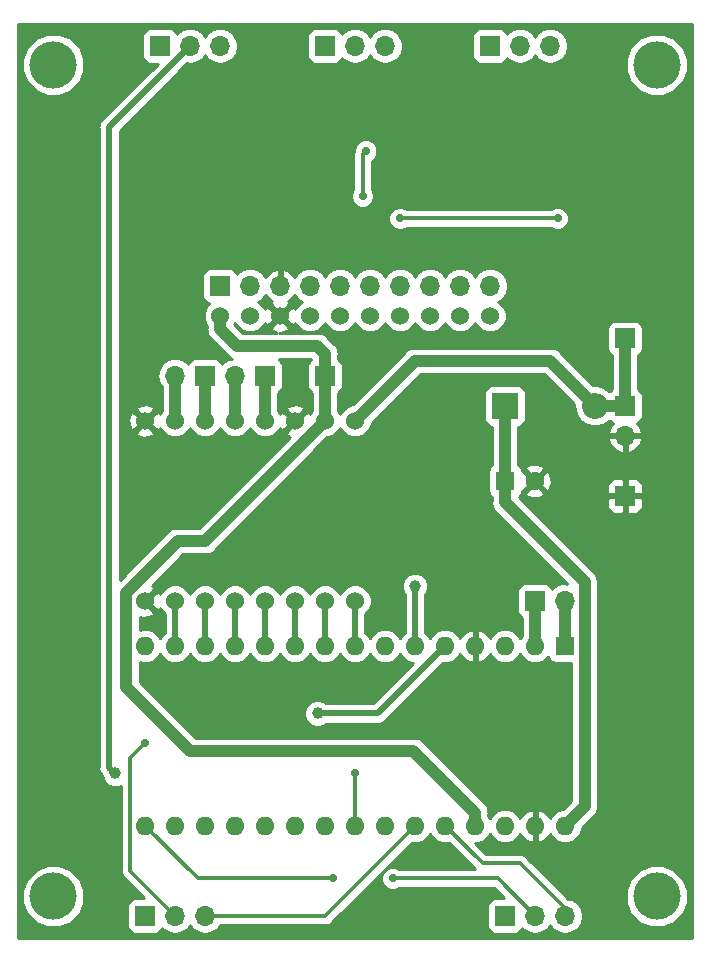
<source format=gbr>
G04 #@! TF.GenerationSoftware,KiCad,Pcbnew,5.0.2-bee76a0~70~ubuntu18.04.1*
G04 #@! TF.CreationDate,2019-04-24T16:28:52+03:00*
G04 #@! TF.ProjectId,hw,68772e6b-6963-4616-945f-706362585858,rev?*
G04 #@! TF.SameCoordinates,Original*
G04 #@! TF.FileFunction,Copper,L2,Bot*
G04 #@! TF.FilePolarity,Positive*
%FSLAX46Y46*%
G04 Gerber Fmt 4.6, Leading zero omitted, Abs format (unit mm)*
G04 Created by KiCad (PCBNEW 5.0.2-bee76a0~70~ubuntu18.04.1) date ke 24. huhtikuuta 2019 16.28.52*
%MOMM*%
%LPD*%
G01*
G04 APERTURE LIST*
G04 #@! TA.AperFunction,ComponentPad*
%ADD10R,1.700000X1.700000*%
G04 #@! TD*
G04 #@! TA.AperFunction,ComponentPad*
%ADD11C,4.000000*%
G04 #@! TD*
G04 #@! TA.AperFunction,ComponentPad*
%ADD12R,1.600000X1.600000*%
G04 #@! TD*
G04 #@! TA.AperFunction,ComponentPad*
%ADD13O,1.600000X1.600000*%
G04 #@! TD*
G04 #@! TA.AperFunction,ComponentPad*
%ADD14O,1.700000X1.700000*%
G04 #@! TD*
G04 #@! TA.AperFunction,ComponentPad*
%ADD15C,1.600000*%
G04 #@! TD*
G04 #@! TA.AperFunction,ComponentPad*
%ADD16R,2.200000X2.200000*%
G04 #@! TD*
G04 #@! TA.AperFunction,ComponentPad*
%ADD17O,2.200000X2.200000*%
G04 #@! TD*
G04 #@! TA.AperFunction,ComponentPad*
%ADD18C,1.524000*%
G04 #@! TD*
G04 #@! TA.AperFunction,ViaPad*
%ADD19C,0.700000*%
G04 #@! TD*
G04 #@! TA.AperFunction,ViaPad*
%ADD20C,1.000000*%
G04 #@! TD*
G04 #@! TA.AperFunction,Conductor*
%ADD21C,1.000000*%
G04 #@! TD*
G04 #@! TA.AperFunction,Conductor*
%ADD22C,0.300000*%
G04 #@! TD*
G04 #@! TA.AperFunction,Conductor*
%ADD23C,0.500000*%
G04 #@! TD*
G04 #@! TA.AperFunction,Conductor*
%ADD24C,0.254000*%
G04 #@! TD*
G04 APERTURE END LIST*
D10*
G04 #@! TO.P,,1*
G04 #@! TO.N,+9V*
X130810000Y-75565000D03*
G04 #@! TD*
D11*
G04 #@! TO.P,,*
G04 #@! TO.N,*
X82400000Y-122800000D03*
G04 #@! TD*
G04 #@! TO.P,,*
G04 #@! TO.N,*
X133500000Y-122800000D03*
G04 #@! TD*
G04 #@! TO.P,,*
G04 #@! TO.N,*
X133500000Y-52400000D03*
G04 #@! TD*
G04 #@! TO.P,,*
G04 #@! TO.N,*
X82400000Y-52400000D03*
G04 #@! TD*
D12*
G04 #@! TO.P,A1,1*
G04 #@! TO.N,Net-(A1-Pad1)*
X125730000Y-101600000D03*
D13*
G04 #@! TO.P,A1,17*
G04 #@! TO.N,Net-(A1-Pad17)*
X92710000Y-116840000D03*
G04 #@! TO.P,A1,2*
G04 #@! TO.N,Net-(A1-Pad2)*
X123190000Y-101600000D03*
G04 #@! TO.P,A1,18*
G04 #@! TO.N,Net-(A1-Pad18)*
X95250000Y-116840000D03*
G04 #@! TO.P,A1,3*
G04 #@! TO.N,Net-(A1-Pad3)*
X120650000Y-101600000D03*
G04 #@! TO.P,A1,19*
G04 #@! TO.N,dist-sig-1*
X97790000Y-116840000D03*
G04 #@! TO.P,A1,4*
G04 #@! TO.N,GND*
X118110000Y-101600000D03*
G04 #@! TO.P,A1,20*
G04 #@! TO.N,dist-sig-2*
X100330000Y-116840000D03*
G04 #@! TO.P,A1,5*
G04 #@! TO.N,dist-led-1*
X115570000Y-101600000D03*
G04 #@! TO.P,A1,21*
G04 #@! TO.N,dist-sig-3*
X102870000Y-116840000D03*
G04 #@! TO.P,A1,6*
G04 #@! TO.N,dist-led-2*
X113030000Y-101600000D03*
G04 #@! TO.P,A1,22*
G04 #@! TO.N,Net-(A1-Pad22)*
X105410000Y-116840000D03*
G04 #@! TO.P,A1,7*
G04 #@! TO.N,dist-led-3*
X110490000Y-101600000D03*
G04 #@! TO.P,A1,23*
G04 #@! TO.N,IMU_SDA*
X107950000Y-116840000D03*
G04 #@! TO.P,A1,8*
G04 #@! TO.N,Net-(A1-Pad8)*
X107950000Y-101600000D03*
G04 #@! TO.P,A1,24*
G04 #@! TO.N,IMU_SCL*
X110490000Y-116840000D03*
G04 #@! TO.P,A1,9*
G04 #@! TO.N,Net-(A1-Pad9)*
X105410000Y-101600000D03*
G04 #@! TO.P,A1,25*
G04 #@! TO.N,dist-sig-4*
X113030000Y-116840000D03*
G04 #@! TO.P,A1,10*
G04 #@! TO.N,Net-(A1-Pad10)*
X102870000Y-101600000D03*
G04 #@! TO.P,A1,26*
G04 #@! TO.N,dist-sig-5*
X115570000Y-116840000D03*
G04 #@! TO.P,A1,11*
G04 #@! TO.N,Net-(A1-Pad11)*
X100330000Y-101600000D03*
G04 #@! TO.P,A1,27*
G04 #@! TO.N,+5V*
X118110000Y-116840000D03*
G04 #@! TO.P,A1,12*
G04 #@! TO.N,Net-(A1-Pad12)*
X97790000Y-101600000D03*
G04 #@! TO.P,A1,28*
G04 #@! TO.N,Net-(A1-Pad28)*
X120650000Y-116840000D03*
G04 #@! TO.P,A1,13*
G04 #@! TO.N,Net-(A1-Pad13)*
X95250000Y-101600000D03*
G04 #@! TO.P,A1,29*
G04 #@! TO.N,GND*
X123190000Y-116840000D03*
G04 #@! TO.P,A1,14*
G04 #@! TO.N,Net-(A1-Pad14)*
X92710000Y-101600000D03*
G04 #@! TO.P,A1,30*
G04 #@! TO.N,V_a*
X125730000Y-116840000D03*
G04 #@! TO.P,A1,15*
G04 #@! TO.N,dist-led-4*
X90170000Y-101600000D03*
G04 #@! TO.P,A1,16*
G04 #@! TO.N,dist-led-5*
X90170000Y-116840000D03*
G04 #@! TD*
D10*
G04 #@! TO.P,BT1,1*
G04 #@! TO.N,+9V*
X130810000Y-81280000D03*
D14*
G04 #@! TO.P,BT1,2*
G04 #@! TO.N,GND*
X130810000Y-83820000D03*
G04 #@! TD*
D12*
G04 #@! TO.P,C1,1*
G04 #@! TO.N,V_a*
X120650000Y-87630000D03*
D15*
G04 #@! TO.P,C1,2*
G04 #@! TO.N,GND*
X123150000Y-87630000D03*
G04 #@! TD*
D16*
G04 #@! TO.P,D1,1*
G04 #@! TO.N,V_a*
X120650000Y-81280000D03*
D17*
G04 #@! TO.P,D1,2*
G04 #@! TO.N,+9V*
X128270000Y-81280000D03*
G04 #@! TD*
D10*
G04 #@! TO.P,J1,1*
G04 #@! TO.N,Net-(J1-Pad1)*
X100330000Y-78740000D03*
D14*
G04 #@! TO.P,J1,2*
G04 #@! TO.N,Net-(J1-Pad2)*
X97790000Y-78740000D03*
G04 #@! TD*
G04 #@! TO.P,J2,2*
G04 #@! TO.N,Net-(J2-Pad2)*
X92710000Y-78740000D03*
D10*
G04 #@! TO.P,J2,1*
G04 #@! TO.N,Net-(J2-Pad1)*
X95250000Y-78740000D03*
G04 #@! TD*
G04 #@! TO.P,J3,1*
G04 #@! TO.N,Net-(J3-Pad1)*
X105410000Y-50800000D03*
D14*
G04 #@! TO.P,J3,2*
G04 #@! TO.N,dist-led-2*
X107950000Y-50800000D03*
G04 #@! TO.P,J3,3*
G04 #@! TO.N,dist-sig-2*
X110490000Y-50800000D03*
G04 #@! TD*
D10*
G04 #@! TO.P,J4,1*
G04 #@! TO.N,Net-(J4-Pad1)*
X91440000Y-50800000D03*
D14*
G04 #@! TO.P,J4,2*
G04 #@! TO.N,dist-led-1*
X93980000Y-50800000D03*
G04 #@! TO.P,J4,3*
G04 #@! TO.N,dist-sig-1*
X96520000Y-50800000D03*
G04 #@! TD*
G04 #@! TO.P,J5,3*
G04 #@! TO.N,dist-sig-3*
X124460000Y-50800000D03*
G04 #@! TO.P,J5,2*
G04 #@! TO.N,dist-led-3*
X121920000Y-50800000D03*
D10*
G04 #@! TO.P,J5,1*
G04 #@! TO.N,Net-(J5-Pad1)*
X119380000Y-50800000D03*
G04 #@! TD*
G04 #@! TO.P,J6,1*
G04 #@! TO.N,Net-(A1-Pad2)*
X123190000Y-97790000D03*
D14*
G04 #@! TO.P,J6,2*
G04 #@! TO.N,Net-(A1-Pad1)*
X125730000Y-97790000D03*
G04 #@! TD*
G04 #@! TO.P,J7,3*
G04 #@! TO.N,dist-sig-4*
X95250000Y-124460000D03*
G04 #@! TO.P,J7,2*
G04 #@! TO.N,dist-led-4*
X92710000Y-124460000D03*
D10*
G04 #@! TO.P,J7,1*
G04 #@! TO.N,Net-(J7-Pad1)*
X90170000Y-124460000D03*
G04 #@! TD*
G04 #@! TO.P,J8,1*
G04 #@! TO.N,Net-(J8-Pad1)*
X120650000Y-124460000D03*
D14*
G04 #@! TO.P,J8,2*
G04 #@! TO.N,dist-led-5*
X123190000Y-124460000D03*
G04 #@! TO.P,J8,3*
G04 #@! TO.N,dist-sig-5*
X125730000Y-124460000D03*
G04 #@! TD*
D18*
G04 #@! TO.P,U1,1*
G04 #@! TO.N,+9V*
X107950000Y-82550000D03*
G04 #@! TO.P,U1,2*
G04 #@! TO.N,+5V*
X105410000Y-82550000D03*
G04 #@! TO.P,U1,3*
G04 #@! TO.N,GND*
X102870000Y-82550000D03*
G04 #@! TO.P,U1,4*
G04 #@! TO.N,Net-(J1-Pad1)*
X100330000Y-82550000D03*
G04 #@! TO.P,U1,5*
G04 #@! TO.N,Net-(J1-Pad2)*
X97790000Y-82550000D03*
G04 #@! TO.P,U1,6*
G04 #@! TO.N,Net-(J2-Pad1)*
X95250000Y-82550000D03*
G04 #@! TO.P,U1,7*
G04 #@! TO.N,Net-(J2-Pad2)*
X92710000Y-82550000D03*
G04 #@! TO.P,U1,8*
G04 #@! TO.N,GND*
X90170000Y-82550000D03*
G04 #@! TO.P,U1,9*
X90170000Y-97790000D03*
G04 #@! TO.P,U1,10*
G04 #@! TO.N,Net-(A1-Pad14)*
X92710000Y-97790000D03*
G04 #@! TO.P,U1,11*
G04 #@! TO.N,Net-(A1-Pad13)*
X95250000Y-97790000D03*
G04 #@! TO.P,U1,12*
G04 #@! TO.N,Net-(A1-Pad12)*
X97790000Y-97790000D03*
G04 #@! TO.P,U1,13*
G04 #@! TO.N,Net-(A1-Pad11)*
X100330000Y-97790000D03*
G04 #@! TO.P,U1,14*
G04 #@! TO.N,Net-(A1-Pad10)*
X102870000Y-97790000D03*
G04 #@! TO.P,U1,15*
G04 #@! TO.N,Net-(A1-Pad9)*
X105410000Y-97790000D03*
G04 #@! TO.P,U1,16*
G04 #@! TO.N,Net-(A1-Pad8)*
X107950000Y-97790000D03*
G04 #@! TD*
G04 #@! TO.P,U2,1*
G04 #@! TO.N,+5V*
X96520000Y-73660000D03*
G04 #@! TO.P,U2,2*
G04 #@! TO.N,Net-(U2-Pad2)*
X99060000Y-73660000D03*
G04 #@! TO.P,U2,3*
G04 #@! TO.N,GND*
X101600000Y-73660000D03*
G04 #@! TO.P,U2,4*
G04 #@! TO.N,IMU_SCL*
X104140000Y-73660000D03*
G04 #@! TO.P,U2,5*
G04 #@! TO.N,IMU_SDA*
X106680000Y-73660000D03*
G04 #@! TO.P,U2,6*
G04 #@! TO.N,Net-(U2-Pad6)*
X109220000Y-73660000D03*
G04 #@! TO.P,U2,7*
G04 #@! TO.N,Net-(U2-Pad7)*
X111760000Y-73660000D03*
G04 #@! TO.P,U2,8*
G04 #@! TO.N,Net-(U2-Pad8)*
X114300000Y-73660000D03*
G04 #@! TO.P,U2,9*
G04 #@! TO.N,Net-(U2-Pad9)*
X116840000Y-73660000D03*
G04 #@! TO.P,U2,10*
G04 #@! TO.N,Net-(U2-Pad10)*
X119380000Y-73660000D03*
G04 #@! TD*
D14*
G04 #@! TO.P,,10*
G04 #@! TO.N,Net-(U2-Pad10)*
X119380000Y-71120000D03*
G04 #@! TO.P,,9*
G04 #@! TO.N,Net-(U2-Pad9)*
X116840000Y-71120000D03*
G04 #@! TO.P,,8*
G04 #@! TO.N,Net-(U2-Pad8)*
X114300000Y-71120000D03*
G04 #@! TO.P,,7*
G04 #@! TO.N,Net-(U2-Pad7)*
X111760000Y-71120000D03*
G04 #@! TO.P,,6*
G04 #@! TO.N,Net-(U2-Pad6)*
X109220000Y-71120000D03*
G04 #@! TO.P,,5*
G04 #@! TO.N,IMU_SDA*
X106680000Y-71120000D03*
G04 #@! TO.P,,4*
G04 #@! TO.N,IMU_SCL*
X104140000Y-71120000D03*
G04 #@! TO.P,,3*
G04 #@! TO.N,GND*
X101600000Y-71120000D03*
G04 #@! TO.P,,2*
G04 #@! TO.N,Net-(U2-Pad2)*
X99060000Y-71120000D03*
D10*
G04 #@! TO.P,,1*
G04 #@! TO.N,+5V*
X96520000Y-71120000D03*
G04 #@! TD*
G04 #@! TO.P,,1*
G04 #@! TO.N,GND*
X130810000Y-88900000D03*
G04 #@! TD*
G04 #@! TO.P,5V,1*
G04 #@! TO.N,+5V*
X105410000Y-78740000D03*
G04 #@! TD*
D19*
G04 #@! TO.N,dist-sig-2*
X108585000Y-63500000D03*
X108850000Y-59690000D03*
D20*
G04 #@! TO.N,dist-led-1*
X104775000Y-107315000D03*
X87630000Y-112395000D03*
D19*
G04 #@! TO.N,dist-sig-3*
X125095000Y-65405000D03*
X111760000Y-65405000D03*
D20*
G04 #@! TO.N,dist-led-2*
X113030000Y-96520000D03*
D19*
G04 #@! TO.N,dist-led-4*
X90170000Y-109855000D03*
G04 #@! TO.N,dist-led-5*
X111125000Y-121285000D03*
X106045000Y-121285000D03*
G04 #@! TO.N,IMU_SDA*
X107950000Y-112395000D03*
G04 #@! TD*
D21*
G04 #@! TO.N,Net-(A1-Pad1)*
X125730000Y-101600000D02*
X125730000Y-97790000D01*
G04 #@! TO.N,Net-(A1-Pad2)*
X123190000Y-101600000D02*
X123190000Y-97790000D01*
D22*
G04 #@! TO.N,dist-sig-2*
X108585000Y-63500000D02*
X108585000Y-59955000D01*
X108585000Y-59955000D02*
X108850000Y-59690000D01*
D23*
G04 #@! TO.N,dist-led-1*
X109855000Y-107315000D02*
X115570000Y-101600000D01*
X104775000Y-107315000D02*
X109855000Y-107315000D01*
X87130001Y-111895001D02*
X87630000Y-112395000D01*
X87130001Y-57649999D02*
X87130001Y-111895001D01*
X93980000Y-50800000D02*
X87130001Y-57649999D01*
D22*
G04 #@! TO.N,dist-sig-3*
X125095000Y-65405000D02*
X111760000Y-65405000D01*
D23*
G04 #@! TO.N,dist-led-2*
X113030000Y-96520000D02*
X113030000Y-101600000D01*
D22*
G04 #@! TO.N,dist-sig-4*
X105410000Y-124460000D02*
X113030000Y-116840000D01*
X95250000Y-124460000D02*
X105410000Y-124460000D01*
G04 #@! TO.N,dist-sig-5*
X118745000Y-120015000D02*
X115570000Y-116840000D01*
X121920000Y-120015000D02*
X118745000Y-120015000D01*
X125730000Y-124460000D02*
X125730000Y-123825000D01*
X125730000Y-123825000D02*
X121920000Y-120015000D01*
G04 #@! TO.N,dist-led-4*
X88919999Y-111105001D02*
X90170000Y-109855000D01*
X92710000Y-124460000D02*
X88919999Y-120669999D01*
X88919999Y-120669999D02*
X88919999Y-111105001D01*
G04 #@! TO.N,dist-led-5*
X111619974Y-121285000D02*
X111125000Y-121285000D01*
X123190000Y-124460000D02*
X120015000Y-121285000D01*
X120015000Y-121285000D02*
X111619974Y-121285000D01*
X94615000Y-121285000D02*
X105550026Y-121285000D01*
X105550026Y-121285000D02*
X106045000Y-121285000D01*
X90170000Y-116840000D02*
X94615000Y-121285000D01*
D21*
G04 #@! TO.N,+5V*
X95250000Y-92710000D02*
X105410000Y-82550000D01*
X118110000Y-115708630D02*
X112891370Y-110490000D01*
X88569999Y-105079999D02*
X88569999Y-97078239D01*
X92938238Y-92710000D02*
X95250000Y-92710000D01*
X88569999Y-97078239D02*
X92938238Y-92710000D01*
X118110000Y-116840000D02*
X118110000Y-115708630D01*
X112891370Y-110490000D02*
X93980000Y-110490000D01*
X93980000Y-110490000D02*
X88569999Y-105079999D01*
X105410000Y-82550000D02*
X105410000Y-78740000D01*
X96520000Y-74737630D02*
X96520000Y-73660000D01*
X97982370Y-76200000D02*
X96520000Y-74737630D01*
X105410000Y-76890000D02*
X104720000Y-76200000D01*
X104720000Y-76200000D02*
X97982370Y-76200000D01*
X105410000Y-78740000D02*
X105410000Y-76890000D01*
G04 #@! TO.N,+9V*
X128270000Y-81280000D02*
X130810000Y-81280000D01*
X124460000Y-77470000D02*
X128270000Y-81280000D01*
X107950000Y-82550000D02*
X113030000Y-77470000D01*
X113030000Y-77470000D02*
X124460000Y-77470000D01*
X130810000Y-75565000D02*
X130810000Y-81280000D01*
G04 #@! TO.N,Net-(J1-Pad1)*
X100330000Y-78740000D02*
X100330000Y-82550000D01*
G04 #@! TO.N,Net-(J1-Pad2)*
X97790000Y-78740000D02*
X97790000Y-82550000D01*
G04 #@! TO.N,Net-(J2-Pad2)*
X92710000Y-78740000D02*
X92710000Y-82550000D01*
G04 #@! TO.N,Net-(J2-Pad1)*
X95250000Y-78740000D02*
X95250000Y-82550000D01*
D23*
G04 #@! TO.N,Net-(A1-Pad11)*
X100330000Y-101600000D02*
X100330000Y-97790000D01*
G04 #@! TO.N,Net-(A1-Pad14)*
X92710000Y-101600000D02*
X92710000Y-97790000D01*
G04 #@! TO.N,Net-(A1-Pad8)*
X107950000Y-101600000D02*
X107950000Y-97790000D01*
G04 #@! TO.N,Net-(A1-Pad9)*
X105410000Y-101600000D02*
X105410000Y-97790000D01*
G04 #@! TO.N,Net-(A1-Pad10)*
X102870000Y-101600000D02*
X102870000Y-97790000D01*
G04 #@! TO.N,Net-(A1-Pad12)*
X97790000Y-101600000D02*
X97790000Y-97790000D01*
G04 #@! TO.N,Net-(A1-Pad13)*
X95250000Y-101600000D02*
X95250000Y-97790000D01*
D22*
G04 #@! TO.N,IMU_SDA*
X107950000Y-112395000D02*
X107950000Y-116840000D01*
D21*
G04 #@! TO.N,V_a*
X126529999Y-116040001D02*
X125730000Y-116840000D01*
X127380001Y-115189999D02*
X126529999Y-116040001D01*
X127380001Y-96160001D02*
X127380001Y-115189999D01*
X120650000Y-89430000D02*
X127380001Y-96160001D01*
X120650000Y-87630000D02*
X120650000Y-89430000D01*
X120650000Y-87630000D02*
X120650000Y-81280000D01*
G04 #@! TD*
D24*
G04 #@! TO.N,GND*
G36*
X136450001Y-126290000D02*
X79450000Y-126290000D01*
X79450000Y-122275866D01*
X79765000Y-122275866D01*
X79765000Y-123324134D01*
X80166155Y-124292608D01*
X80907392Y-125033845D01*
X81875866Y-125435000D01*
X82924134Y-125435000D01*
X83892608Y-125033845D01*
X84633845Y-124292608D01*
X85035000Y-123324134D01*
X85035000Y-122275866D01*
X84633845Y-121307392D01*
X83892608Y-120566155D01*
X82924134Y-120165000D01*
X81875866Y-120165000D01*
X80907392Y-120566155D01*
X80166155Y-121307392D01*
X79765000Y-122275866D01*
X79450000Y-122275866D01*
X79450000Y-57649999D01*
X86227664Y-57649999D01*
X86245001Y-57737160D01*
X86245002Y-111807835D01*
X86227664Y-111895001D01*
X86296349Y-112240310D01*
X86442577Y-112459155D01*
X86442579Y-112459157D01*
X86491953Y-112533050D01*
X86495000Y-112535086D01*
X86495000Y-112620766D01*
X86667793Y-113037926D01*
X86987074Y-113357207D01*
X87404234Y-113530000D01*
X87855766Y-113530000D01*
X88135000Y-113414338D01*
X88134999Y-120592687D01*
X88119621Y-120669999D01*
X88134999Y-120747311D01*
X88134999Y-120747314D01*
X88180545Y-120976290D01*
X88354046Y-121235952D01*
X88419591Y-121279748D01*
X90102403Y-122962560D01*
X89320000Y-122962560D01*
X89072235Y-123011843D01*
X88862191Y-123152191D01*
X88721843Y-123362235D01*
X88672560Y-123610000D01*
X88672560Y-125310000D01*
X88721843Y-125557765D01*
X88862191Y-125767809D01*
X89072235Y-125908157D01*
X89320000Y-125957440D01*
X91020000Y-125957440D01*
X91267765Y-125908157D01*
X91477809Y-125767809D01*
X91618157Y-125557765D01*
X91627184Y-125512381D01*
X91639375Y-125530625D01*
X92130582Y-125858839D01*
X92563744Y-125945000D01*
X92856256Y-125945000D01*
X93289418Y-125858839D01*
X93780625Y-125530625D01*
X93980000Y-125232239D01*
X94179375Y-125530625D01*
X94670582Y-125858839D01*
X95103744Y-125945000D01*
X95396256Y-125945000D01*
X95829418Y-125858839D01*
X96320625Y-125530625D01*
X96511474Y-125245000D01*
X105332688Y-125245000D01*
X105410000Y-125260378D01*
X105487312Y-125245000D01*
X105487316Y-125245000D01*
X105716292Y-125199454D01*
X105975953Y-125025953D01*
X106019749Y-124960408D01*
X112735604Y-118244554D01*
X112888667Y-118275000D01*
X113171333Y-118275000D01*
X113589909Y-118191740D01*
X114064577Y-117874577D01*
X114300000Y-117522242D01*
X114535423Y-117874577D01*
X115010091Y-118191740D01*
X115428667Y-118275000D01*
X115711333Y-118275000D01*
X115864396Y-118244554D01*
X118119842Y-120500000D01*
X111733000Y-120500000D01*
X111682958Y-120449958D01*
X111320929Y-120300000D01*
X110929071Y-120300000D01*
X110567042Y-120449958D01*
X110289958Y-120727042D01*
X110140000Y-121089071D01*
X110140000Y-121480929D01*
X110289958Y-121842958D01*
X110567042Y-122120042D01*
X110929071Y-122270000D01*
X111320929Y-122270000D01*
X111682958Y-122120042D01*
X111733000Y-122070000D01*
X119689843Y-122070000D01*
X120582403Y-122962560D01*
X119800000Y-122962560D01*
X119552235Y-123011843D01*
X119342191Y-123152191D01*
X119201843Y-123362235D01*
X119152560Y-123610000D01*
X119152560Y-125310000D01*
X119201843Y-125557765D01*
X119342191Y-125767809D01*
X119552235Y-125908157D01*
X119800000Y-125957440D01*
X121500000Y-125957440D01*
X121747765Y-125908157D01*
X121957809Y-125767809D01*
X122098157Y-125557765D01*
X122107184Y-125512381D01*
X122119375Y-125530625D01*
X122610582Y-125858839D01*
X123043744Y-125945000D01*
X123336256Y-125945000D01*
X123769418Y-125858839D01*
X124260625Y-125530625D01*
X124460000Y-125232239D01*
X124659375Y-125530625D01*
X125150582Y-125858839D01*
X125583744Y-125945000D01*
X125876256Y-125945000D01*
X126309418Y-125858839D01*
X126800625Y-125530625D01*
X127128839Y-125039418D01*
X127244092Y-124460000D01*
X127128839Y-123880582D01*
X126800625Y-123389375D01*
X126309418Y-123061161D01*
X126018439Y-123003282D01*
X125291023Y-122275866D01*
X130865000Y-122275866D01*
X130865000Y-123324134D01*
X131266155Y-124292608D01*
X132007392Y-125033845D01*
X132975866Y-125435000D01*
X134024134Y-125435000D01*
X134992608Y-125033845D01*
X135733845Y-124292608D01*
X136135000Y-123324134D01*
X136135000Y-122275866D01*
X135733845Y-121307392D01*
X134992608Y-120566155D01*
X134024134Y-120165000D01*
X132975866Y-120165000D01*
X132007392Y-120566155D01*
X131266155Y-121307392D01*
X130865000Y-122275866D01*
X125291023Y-122275866D01*
X122529748Y-119514591D01*
X122485953Y-119449047D01*
X122226292Y-119275546D01*
X121997316Y-119230000D01*
X121997312Y-119230000D01*
X121920000Y-119214622D01*
X121842688Y-119230000D01*
X119070158Y-119230000D01*
X118115158Y-118275000D01*
X118251333Y-118275000D01*
X118669909Y-118191740D01*
X119144577Y-117874577D01*
X119380000Y-117522242D01*
X119615423Y-117874577D01*
X120090091Y-118191740D01*
X120508667Y-118275000D01*
X120791333Y-118275000D01*
X121209909Y-118191740D01*
X121684577Y-117874577D01*
X121940947Y-117490892D01*
X122037611Y-117695134D01*
X122452577Y-118071041D01*
X122840961Y-118231904D01*
X123063000Y-118109915D01*
X123063000Y-116967000D01*
X123043000Y-116967000D01*
X123043000Y-116713000D01*
X123063000Y-116713000D01*
X123063000Y-115570085D01*
X122840961Y-115448096D01*
X122452577Y-115608959D01*
X122037611Y-115984866D01*
X121940947Y-116189108D01*
X121684577Y-115805423D01*
X121209909Y-115488260D01*
X120791333Y-115405000D01*
X120508667Y-115405000D01*
X120090091Y-115488260D01*
X119615423Y-115805423D01*
X119380000Y-116157758D01*
X119245000Y-115955717D01*
X119245000Y-115820411D01*
X119267235Y-115708629D01*
X119239677Y-115570085D01*
X119179146Y-115265775D01*
X118928289Y-114890341D01*
X118833521Y-114827019D01*
X113772983Y-109766482D01*
X113709659Y-109671711D01*
X113334225Y-109420854D01*
X113003153Y-109355000D01*
X112891370Y-109332765D01*
X112779587Y-109355000D01*
X94450132Y-109355000D01*
X89704999Y-104609868D01*
X89704999Y-102970618D01*
X90028667Y-103035000D01*
X90311333Y-103035000D01*
X90729909Y-102951740D01*
X91204577Y-102634577D01*
X91440000Y-102282242D01*
X91675423Y-102634577D01*
X92150091Y-102951740D01*
X92568667Y-103035000D01*
X92851333Y-103035000D01*
X93269909Y-102951740D01*
X93744577Y-102634577D01*
X93980000Y-102282242D01*
X94215423Y-102634577D01*
X94690091Y-102951740D01*
X95108667Y-103035000D01*
X95391333Y-103035000D01*
X95809909Y-102951740D01*
X96284577Y-102634577D01*
X96520000Y-102282242D01*
X96755423Y-102634577D01*
X97230091Y-102951740D01*
X97648667Y-103035000D01*
X97931333Y-103035000D01*
X98349909Y-102951740D01*
X98824577Y-102634577D01*
X99060000Y-102282242D01*
X99295423Y-102634577D01*
X99770091Y-102951740D01*
X100188667Y-103035000D01*
X100471333Y-103035000D01*
X100889909Y-102951740D01*
X101364577Y-102634577D01*
X101600000Y-102282242D01*
X101835423Y-102634577D01*
X102310091Y-102951740D01*
X102728667Y-103035000D01*
X103011333Y-103035000D01*
X103429909Y-102951740D01*
X103904577Y-102634577D01*
X104140000Y-102282242D01*
X104375423Y-102634577D01*
X104850091Y-102951740D01*
X105268667Y-103035000D01*
X105551333Y-103035000D01*
X105969909Y-102951740D01*
X106444577Y-102634577D01*
X106680000Y-102282242D01*
X106915423Y-102634577D01*
X107390091Y-102951740D01*
X107808667Y-103035000D01*
X108091333Y-103035000D01*
X108509909Y-102951740D01*
X108984577Y-102634577D01*
X109220000Y-102282242D01*
X109455423Y-102634577D01*
X109930091Y-102951740D01*
X110348667Y-103035000D01*
X110631333Y-103035000D01*
X111049909Y-102951740D01*
X111524577Y-102634577D01*
X111760000Y-102282242D01*
X111995423Y-102634577D01*
X112470091Y-102951740D01*
X112884292Y-103034130D01*
X109488422Y-106430000D01*
X105495133Y-106430000D01*
X105417926Y-106352793D01*
X105000766Y-106180000D01*
X104549234Y-106180000D01*
X104132074Y-106352793D01*
X103812793Y-106672074D01*
X103640000Y-107089234D01*
X103640000Y-107540766D01*
X103812793Y-107957926D01*
X104132074Y-108277207D01*
X104549234Y-108450000D01*
X105000766Y-108450000D01*
X105417926Y-108277207D01*
X105495133Y-108200000D01*
X109767839Y-108200000D01*
X109855000Y-108217337D01*
X109942161Y-108200000D01*
X109942165Y-108200000D01*
X110200310Y-108148652D01*
X110493049Y-107953049D01*
X110542425Y-107879153D01*
X115393562Y-103028017D01*
X115428667Y-103035000D01*
X115711333Y-103035000D01*
X116129909Y-102951740D01*
X116604577Y-102634577D01*
X116860947Y-102250892D01*
X116957611Y-102455134D01*
X117372577Y-102831041D01*
X117760961Y-102991904D01*
X117983000Y-102869915D01*
X117983000Y-101727000D01*
X117963000Y-101727000D01*
X117963000Y-101473000D01*
X117983000Y-101473000D01*
X117983000Y-100330085D01*
X118237000Y-100330085D01*
X118237000Y-101473000D01*
X118257000Y-101473000D01*
X118257000Y-101727000D01*
X118237000Y-101727000D01*
X118237000Y-102869915D01*
X118459039Y-102991904D01*
X118847423Y-102831041D01*
X119262389Y-102455134D01*
X119359053Y-102250892D01*
X119615423Y-102634577D01*
X120090091Y-102951740D01*
X120508667Y-103035000D01*
X120791333Y-103035000D01*
X121209909Y-102951740D01*
X121684577Y-102634577D01*
X121920000Y-102282242D01*
X122155423Y-102634577D01*
X122630091Y-102951740D01*
X123048667Y-103035000D01*
X123331333Y-103035000D01*
X123749909Y-102951740D01*
X124224577Y-102634577D01*
X124305215Y-102513894D01*
X124331843Y-102647765D01*
X124472191Y-102857809D01*
X124682235Y-102998157D01*
X124930000Y-103047440D01*
X126245001Y-103047440D01*
X126245002Y-114719866D01*
X125806478Y-115158391D01*
X125806475Y-115158393D01*
X125552717Y-115412151D01*
X125170091Y-115488260D01*
X124695423Y-115805423D01*
X124439053Y-116189108D01*
X124342389Y-115984866D01*
X123927423Y-115608959D01*
X123539039Y-115448096D01*
X123317000Y-115570085D01*
X123317000Y-116713000D01*
X123337000Y-116713000D01*
X123337000Y-116967000D01*
X123317000Y-116967000D01*
X123317000Y-118109915D01*
X123539039Y-118231904D01*
X123927423Y-118071041D01*
X124342389Y-117695134D01*
X124439053Y-117490892D01*
X124695423Y-117874577D01*
X125170091Y-118191740D01*
X125588667Y-118275000D01*
X125871333Y-118275000D01*
X126289909Y-118191740D01*
X126764577Y-117874577D01*
X127081740Y-117399909D01*
X127157849Y-117017282D01*
X127411607Y-116763525D01*
X127411609Y-116763522D01*
X128103522Y-116071610D01*
X128198290Y-116008288D01*
X128449147Y-115632854D01*
X128515001Y-115301782D01*
X128537236Y-115190000D01*
X128515001Y-115078218D01*
X128515001Y-96271784D01*
X128537236Y-96160001D01*
X128449147Y-95717146D01*
X128382674Y-95617662D01*
X128198290Y-95341712D01*
X128103523Y-95278391D01*
X122010882Y-89185750D01*
X129325000Y-89185750D01*
X129325000Y-89876310D01*
X129421673Y-90109699D01*
X129600302Y-90288327D01*
X129833691Y-90385000D01*
X130524250Y-90385000D01*
X130683000Y-90226250D01*
X130683000Y-89027000D01*
X130937000Y-89027000D01*
X130937000Y-90226250D01*
X131095750Y-90385000D01*
X131786309Y-90385000D01*
X132019698Y-90288327D01*
X132198327Y-90109699D01*
X132295000Y-89876310D01*
X132295000Y-89185750D01*
X132136250Y-89027000D01*
X130937000Y-89027000D01*
X130683000Y-89027000D01*
X129483750Y-89027000D01*
X129325000Y-89185750D01*
X122010882Y-89185750D01*
X121790994Y-88965863D01*
X121907809Y-88887809D01*
X122048157Y-88677765D01*
X122056117Y-88637745D01*
X122321861Y-88637745D01*
X122395995Y-88883864D01*
X122933223Y-89076965D01*
X123503454Y-89049778D01*
X123904005Y-88883864D01*
X123978139Y-88637745D01*
X123150000Y-87809605D01*
X122321861Y-88637745D01*
X122056117Y-88637745D01*
X122094693Y-88443813D01*
X122142255Y-88458139D01*
X122970395Y-87630000D01*
X123329605Y-87630000D01*
X124157745Y-88458139D01*
X124403864Y-88384005D01*
X124569319Y-87923690D01*
X129325000Y-87923690D01*
X129325000Y-88614250D01*
X129483750Y-88773000D01*
X130683000Y-88773000D01*
X130683000Y-87573750D01*
X130937000Y-87573750D01*
X130937000Y-88773000D01*
X132136250Y-88773000D01*
X132295000Y-88614250D01*
X132295000Y-87923690D01*
X132198327Y-87690301D01*
X132019698Y-87511673D01*
X131786309Y-87415000D01*
X131095750Y-87415000D01*
X130937000Y-87573750D01*
X130683000Y-87573750D01*
X130524250Y-87415000D01*
X129833691Y-87415000D01*
X129600302Y-87511673D01*
X129421673Y-87690301D01*
X129325000Y-87923690D01*
X124569319Y-87923690D01*
X124596965Y-87846777D01*
X124569778Y-87276546D01*
X124403864Y-86875995D01*
X124157745Y-86801861D01*
X123329605Y-87630000D01*
X122970395Y-87630000D01*
X122142255Y-86801861D01*
X122094693Y-86816187D01*
X122056118Y-86622255D01*
X122321861Y-86622255D01*
X123150000Y-87450395D01*
X123978139Y-86622255D01*
X123904005Y-86376136D01*
X123366777Y-86183035D01*
X122796546Y-86210222D01*
X122395995Y-86376136D01*
X122321861Y-86622255D01*
X122056118Y-86622255D01*
X122048157Y-86582235D01*
X121907809Y-86372191D01*
X121785000Y-86290132D01*
X121785000Y-84176890D01*
X129368524Y-84176890D01*
X129538355Y-84586924D01*
X129928642Y-85015183D01*
X130453108Y-85261486D01*
X130683000Y-85140819D01*
X130683000Y-83947000D01*
X130937000Y-83947000D01*
X130937000Y-85140819D01*
X131166892Y-85261486D01*
X131691358Y-85015183D01*
X132081645Y-84586924D01*
X132251476Y-84176890D01*
X132130155Y-83947000D01*
X130937000Y-83947000D01*
X130683000Y-83947000D01*
X129489845Y-83947000D01*
X129368524Y-84176890D01*
X121785000Y-84176890D01*
X121785000Y-83020478D01*
X121997765Y-82978157D01*
X122207809Y-82837809D01*
X122348157Y-82627765D01*
X122397440Y-82380000D01*
X122397440Y-80180000D01*
X122348157Y-79932235D01*
X122207809Y-79722191D01*
X121997765Y-79581843D01*
X121750000Y-79532560D01*
X119550000Y-79532560D01*
X119302235Y-79581843D01*
X119092191Y-79722191D01*
X118951843Y-79932235D01*
X118902560Y-80180000D01*
X118902560Y-82380000D01*
X118951843Y-82627765D01*
X119092191Y-82837809D01*
X119302235Y-82978157D01*
X119515001Y-83020478D01*
X119515000Y-86290132D01*
X119392191Y-86372191D01*
X119251843Y-86582235D01*
X119202560Y-86830000D01*
X119202560Y-88430000D01*
X119251843Y-88677765D01*
X119392191Y-88887809D01*
X119515001Y-88969868D01*
X119515001Y-89318212D01*
X119492765Y-89430000D01*
X119580854Y-89872854D01*
X119646085Y-89970478D01*
X119831712Y-90248289D01*
X119926480Y-90311611D01*
X125930697Y-96315829D01*
X125876256Y-96305000D01*
X125583744Y-96305000D01*
X125150582Y-96391161D01*
X124659375Y-96719375D01*
X124647184Y-96737619D01*
X124638157Y-96692235D01*
X124497809Y-96482191D01*
X124287765Y-96341843D01*
X124040000Y-96292560D01*
X122340000Y-96292560D01*
X122092235Y-96341843D01*
X121882191Y-96482191D01*
X121741843Y-96692235D01*
X121692560Y-96940000D01*
X121692560Y-98640000D01*
X121741843Y-98887765D01*
X121882191Y-99097809D01*
X122055001Y-99213278D01*
X122055000Y-100715716D01*
X121920000Y-100917758D01*
X121684577Y-100565423D01*
X121209909Y-100248260D01*
X120791333Y-100165000D01*
X120508667Y-100165000D01*
X120090091Y-100248260D01*
X119615423Y-100565423D01*
X119359053Y-100949108D01*
X119262389Y-100744866D01*
X118847423Y-100368959D01*
X118459039Y-100208096D01*
X118237000Y-100330085D01*
X117983000Y-100330085D01*
X117760961Y-100208096D01*
X117372577Y-100368959D01*
X116957611Y-100744866D01*
X116860947Y-100949108D01*
X116604577Y-100565423D01*
X116129909Y-100248260D01*
X115711333Y-100165000D01*
X115428667Y-100165000D01*
X115010091Y-100248260D01*
X114535423Y-100565423D01*
X114300000Y-100917758D01*
X114064577Y-100565423D01*
X113915000Y-100465479D01*
X113915000Y-97240133D01*
X113992207Y-97162926D01*
X114165000Y-96745766D01*
X114165000Y-96294234D01*
X113992207Y-95877074D01*
X113672926Y-95557793D01*
X113255766Y-95385000D01*
X112804234Y-95385000D01*
X112387074Y-95557793D01*
X112067793Y-95877074D01*
X111895000Y-96294234D01*
X111895000Y-96745766D01*
X112067793Y-97162926D01*
X112145000Y-97240133D01*
X112145001Y-100465478D01*
X111995423Y-100565423D01*
X111760000Y-100917758D01*
X111524577Y-100565423D01*
X111049909Y-100248260D01*
X110631333Y-100165000D01*
X110348667Y-100165000D01*
X109930091Y-100248260D01*
X109455423Y-100565423D01*
X109220000Y-100917758D01*
X108984577Y-100565423D01*
X108835000Y-100465479D01*
X108835000Y-98880657D01*
X109134320Y-98581337D01*
X109347000Y-98067881D01*
X109347000Y-97512119D01*
X109134320Y-96998663D01*
X108741337Y-96605680D01*
X108227881Y-96393000D01*
X107672119Y-96393000D01*
X107158663Y-96605680D01*
X106765680Y-96998663D01*
X106680000Y-97205513D01*
X106594320Y-96998663D01*
X106201337Y-96605680D01*
X105687881Y-96393000D01*
X105132119Y-96393000D01*
X104618663Y-96605680D01*
X104225680Y-96998663D01*
X104140000Y-97205513D01*
X104054320Y-96998663D01*
X103661337Y-96605680D01*
X103147881Y-96393000D01*
X102592119Y-96393000D01*
X102078663Y-96605680D01*
X101685680Y-96998663D01*
X101600000Y-97205513D01*
X101514320Y-96998663D01*
X101121337Y-96605680D01*
X100607881Y-96393000D01*
X100052119Y-96393000D01*
X99538663Y-96605680D01*
X99145680Y-96998663D01*
X99060000Y-97205513D01*
X98974320Y-96998663D01*
X98581337Y-96605680D01*
X98067881Y-96393000D01*
X97512119Y-96393000D01*
X96998663Y-96605680D01*
X96605680Y-96998663D01*
X96520000Y-97205513D01*
X96434320Y-96998663D01*
X96041337Y-96605680D01*
X95527881Y-96393000D01*
X94972119Y-96393000D01*
X94458663Y-96605680D01*
X94065680Y-96998663D01*
X93980000Y-97205513D01*
X93894320Y-96998663D01*
X93501337Y-96605680D01*
X92987881Y-96393000D01*
X92432119Y-96393000D01*
X91918663Y-96605680D01*
X91525680Y-96998663D01*
X91446572Y-97189647D01*
X91392397Y-97058857D01*
X91150213Y-96989392D01*
X90349605Y-97790000D01*
X91150213Y-98590608D01*
X91392397Y-98521143D01*
X91442535Y-98380607D01*
X91525680Y-98581337D01*
X91825001Y-98880658D01*
X91825000Y-100465479D01*
X91675423Y-100565423D01*
X91440000Y-100917758D01*
X91204577Y-100565423D01*
X90729909Y-100248260D01*
X90311333Y-100165000D01*
X90028667Y-100165000D01*
X89704999Y-100229382D01*
X89704999Y-99107347D01*
X89962302Y-99199144D01*
X90517368Y-99171362D01*
X90901143Y-99012397D01*
X90970608Y-98770213D01*
X90170000Y-97969605D01*
X90155858Y-97983748D01*
X89976253Y-97804143D01*
X89990395Y-97790000D01*
X89976253Y-97775858D01*
X90155858Y-97596253D01*
X90170000Y-97610395D01*
X90970608Y-96809787D01*
X90901143Y-96567603D01*
X90742400Y-96510969D01*
X93408370Y-93845000D01*
X95138217Y-93845000D01*
X95250000Y-93867235D01*
X95361783Y-93845000D01*
X95692855Y-93779146D01*
X96068289Y-93528289D01*
X96131613Y-93433518D01*
X105618132Y-83947000D01*
X105687881Y-83947000D01*
X106201337Y-83734320D01*
X106594320Y-83341337D01*
X106680000Y-83134487D01*
X106765680Y-83341337D01*
X107158663Y-83734320D01*
X107672119Y-83947000D01*
X108227881Y-83947000D01*
X108741337Y-83734320D01*
X109134320Y-83341337D01*
X109347000Y-82827881D01*
X109347000Y-82758131D01*
X113500132Y-78605000D01*
X123989869Y-78605000D01*
X126528196Y-81143328D01*
X126501010Y-81280000D01*
X126635666Y-81956963D01*
X127019135Y-82530865D01*
X127593037Y-82914334D01*
X128099120Y-83015000D01*
X128440880Y-83015000D01*
X128946963Y-82914334D01*
X129481650Y-82557068D01*
X129502191Y-82587809D01*
X129712235Y-82728157D01*
X129815708Y-82748739D01*
X129538355Y-83053076D01*
X129368524Y-83463110D01*
X129489845Y-83693000D01*
X130683000Y-83693000D01*
X130683000Y-83673000D01*
X130937000Y-83673000D01*
X130937000Y-83693000D01*
X132130155Y-83693000D01*
X132251476Y-83463110D01*
X132081645Y-83053076D01*
X131804292Y-82748739D01*
X131907765Y-82728157D01*
X132117809Y-82587809D01*
X132258157Y-82377765D01*
X132307440Y-82130000D01*
X132307440Y-80430000D01*
X132258157Y-80182235D01*
X132117809Y-79972191D01*
X131945000Y-79856723D01*
X131945000Y-76988277D01*
X132117809Y-76872809D01*
X132258157Y-76662765D01*
X132307440Y-76415000D01*
X132307440Y-74715000D01*
X132258157Y-74467235D01*
X132117809Y-74257191D01*
X131907765Y-74116843D01*
X131660000Y-74067560D01*
X129960000Y-74067560D01*
X129712235Y-74116843D01*
X129502191Y-74257191D01*
X129361843Y-74467235D01*
X129312560Y-74715000D01*
X129312560Y-76415000D01*
X129361843Y-76662765D01*
X129502191Y-76872809D01*
X129675000Y-76988277D01*
X129675001Y-79856722D01*
X129502191Y-79972191D01*
X129481650Y-80002932D01*
X128946963Y-79645666D01*
X128440880Y-79545000D01*
X128140132Y-79545000D01*
X125341613Y-76746482D01*
X125278289Y-76651711D01*
X124902855Y-76400854D01*
X124571783Y-76335000D01*
X124460000Y-76312765D01*
X124348217Y-76335000D01*
X113141783Y-76335000D01*
X113030000Y-76312765D01*
X112918217Y-76335000D01*
X112587145Y-76400854D01*
X112211711Y-76651711D01*
X112148389Y-76746479D01*
X107741869Y-81153000D01*
X107672119Y-81153000D01*
X107158663Y-81365680D01*
X106765680Y-81758663D01*
X106680000Y-81965513D01*
X106594320Y-81758663D01*
X106545000Y-81709343D01*
X106545000Y-80163277D01*
X106717809Y-80047809D01*
X106858157Y-79837765D01*
X106907440Y-79590000D01*
X106907440Y-77890000D01*
X106858157Y-77642235D01*
X106717809Y-77432191D01*
X106545000Y-77316723D01*
X106545000Y-77001781D01*
X106567235Y-76889999D01*
X106522035Y-76662765D01*
X106479146Y-76447145D01*
X106228289Y-76071711D01*
X106133518Y-76008387D01*
X105601613Y-75476482D01*
X105538289Y-75381711D01*
X105162855Y-75130854D01*
X104831783Y-75065000D01*
X104720000Y-75042765D01*
X104608217Y-75065000D01*
X101475096Y-75065000D01*
X101947368Y-75041362D01*
X102331143Y-74882397D01*
X102400608Y-74640213D01*
X101600000Y-73839605D01*
X100799392Y-74640213D01*
X100868857Y-74882397D01*
X101380687Y-75065000D01*
X98452502Y-75065000D01*
X97743720Y-74356218D01*
X97790000Y-74244487D01*
X97875680Y-74451337D01*
X98268663Y-74844320D01*
X98782119Y-75057000D01*
X99337881Y-75057000D01*
X99851337Y-74844320D01*
X100244320Y-74451337D01*
X100323428Y-74260353D01*
X100377603Y-74391143D01*
X100619787Y-74460608D01*
X101420395Y-73660000D01*
X100619787Y-72859392D01*
X100377603Y-72928857D01*
X100327465Y-73069393D01*
X100244320Y-72868663D01*
X99851337Y-72475680D01*
X99760390Y-72438008D01*
X100130625Y-72190625D01*
X100343843Y-71871522D01*
X100404817Y-72001358D01*
X100833076Y-72391645D01*
X100906445Y-72422034D01*
X100868857Y-72437603D01*
X100799392Y-72679787D01*
X101600000Y-73480395D01*
X102400608Y-72679787D01*
X102331143Y-72437603D01*
X102290754Y-72423194D01*
X102366924Y-72391645D01*
X102795183Y-72001358D01*
X102856157Y-71871522D01*
X103069375Y-72190625D01*
X103439610Y-72438008D01*
X103348663Y-72475680D01*
X102955680Y-72868663D01*
X102876572Y-73059647D01*
X102822397Y-72928857D01*
X102580213Y-72859392D01*
X101779605Y-73660000D01*
X102580213Y-74460608D01*
X102822397Y-74391143D01*
X102872535Y-74250607D01*
X102955680Y-74451337D01*
X103348663Y-74844320D01*
X103862119Y-75057000D01*
X104417881Y-75057000D01*
X104931337Y-74844320D01*
X105324320Y-74451337D01*
X105410000Y-74244487D01*
X105495680Y-74451337D01*
X105888663Y-74844320D01*
X106402119Y-75057000D01*
X106957881Y-75057000D01*
X107471337Y-74844320D01*
X107864320Y-74451337D01*
X107950000Y-74244487D01*
X108035680Y-74451337D01*
X108428663Y-74844320D01*
X108942119Y-75057000D01*
X109497881Y-75057000D01*
X110011337Y-74844320D01*
X110404320Y-74451337D01*
X110490000Y-74244487D01*
X110575680Y-74451337D01*
X110968663Y-74844320D01*
X111482119Y-75057000D01*
X112037881Y-75057000D01*
X112551337Y-74844320D01*
X112944320Y-74451337D01*
X113030000Y-74244487D01*
X113115680Y-74451337D01*
X113508663Y-74844320D01*
X114022119Y-75057000D01*
X114577881Y-75057000D01*
X115091337Y-74844320D01*
X115484320Y-74451337D01*
X115570000Y-74244487D01*
X115655680Y-74451337D01*
X116048663Y-74844320D01*
X116562119Y-75057000D01*
X117117881Y-75057000D01*
X117631337Y-74844320D01*
X118024320Y-74451337D01*
X118110000Y-74244487D01*
X118195680Y-74451337D01*
X118588663Y-74844320D01*
X119102119Y-75057000D01*
X119657881Y-75057000D01*
X120171337Y-74844320D01*
X120564320Y-74451337D01*
X120777000Y-73937881D01*
X120777000Y-73382119D01*
X120564320Y-72868663D01*
X120171337Y-72475680D01*
X120080390Y-72438008D01*
X120450625Y-72190625D01*
X120778839Y-71699418D01*
X120894092Y-71120000D01*
X120778839Y-70540582D01*
X120450625Y-70049375D01*
X119959418Y-69721161D01*
X119526256Y-69635000D01*
X119233744Y-69635000D01*
X118800582Y-69721161D01*
X118309375Y-70049375D01*
X118110000Y-70347761D01*
X117910625Y-70049375D01*
X117419418Y-69721161D01*
X116986256Y-69635000D01*
X116693744Y-69635000D01*
X116260582Y-69721161D01*
X115769375Y-70049375D01*
X115570000Y-70347761D01*
X115370625Y-70049375D01*
X114879418Y-69721161D01*
X114446256Y-69635000D01*
X114153744Y-69635000D01*
X113720582Y-69721161D01*
X113229375Y-70049375D01*
X113030000Y-70347761D01*
X112830625Y-70049375D01*
X112339418Y-69721161D01*
X111906256Y-69635000D01*
X111613744Y-69635000D01*
X111180582Y-69721161D01*
X110689375Y-70049375D01*
X110490000Y-70347761D01*
X110290625Y-70049375D01*
X109799418Y-69721161D01*
X109366256Y-69635000D01*
X109073744Y-69635000D01*
X108640582Y-69721161D01*
X108149375Y-70049375D01*
X107950000Y-70347761D01*
X107750625Y-70049375D01*
X107259418Y-69721161D01*
X106826256Y-69635000D01*
X106533744Y-69635000D01*
X106100582Y-69721161D01*
X105609375Y-70049375D01*
X105410000Y-70347761D01*
X105210625Y-70049375D01*
X104719418Y-69721161D01*
X104286256Y-69635000D01*
X103993744Y-69635000D01*
X103560582Y-69721161D01*
X103069375Y-70049375D01*
X102856157Y-70368478D01*
X102795183Y-70238642D01*
X102366924Y-69848355D01*
X101956890Y-69678524D01*
X101727000Y-69799845D01*
X101727000Y-70993000D01*
X101747000Y-70993000D01*
X101747000Y-71247000D01*
X101727000Y-71247000D01*
X101727000Y-71267000D01*
X101473000Y-71267000D01*
X101473000Y-71247000D01*
X101453000Y-71247000D01*
X101453000Y-70993000D01*
X101473000Y-70993000D01*
X101473000Y-69799845D01*
X101243110Y-69678524D01*
X100833076Y-69848355D01*
X100404817Y-70238642D01*
X100343843Y-70368478D01*
X100130625Y-70049375D01*
X99639418Y-69721161D01*
X99206256Y-69635000D01*
X98913744Y-69635000D01*
X98480582Y-69721161D01*
X97989375Y-70049375D01*
X97977184Y-70067619D01*
X97968157Y-70022235D01*
X97827809Y-69812191D01*
X97617765Y-69671843D01*
X97370000Y-69622560D01*
X95670000Y-69622560D01*
X95422235Y-69671843D01*
X95212191Y-69812191D01*
X95071843Y-70022235D01*
X95022560Y-70270000D01*
X95022560Y-71970000D01*
X95071843Y-72217765D01*
X95212191Y-72427809D01*
X95422235Y-72568157D01*
X95600690Y-72603653D01*
X95335680Y-72868663D01*
X95123000Y-73382119D01*
X95123000Y-73937881D01*
X95335680Y-74451337D01*
X95385000Y-74500657D01*
X95385000Y-74625847D01*
X95362765Y-74737630D01*
X95385000Y-74849412D01*
X95450854Y-75180484D01*
X95701711Y-75555919D01*
X95796481Y-75619242D01*
X97100760Y-76923523D01*
X97164081Y-77018289D01*
X97539515Y-77269146D01*
X97556071Y-77272439D01*
X97210582Y-77341161D01*
X96719375Y-77669375D01*
X96707184Y-77687619D01*
X96698157Y-77642235D01*
X96557809Y-77432191D01*
X96347765Y-77291843D01*
X96100000Y-77242560D01*
X94400000Y-77242560D01*
X94152235Y-77291843D01*
X93942191Y-77432191D01*
X93801843Y-77642235D01*
X93792816Y-77687619D01*
X93780625Y-77669375D01*
X93289418Y-77341161D01*
X92856256Y-77255000D01*
X92563744Y-77255000D01*
X92130582Y-77341161D01*
X91639375Y-77669375D01*
X91311161Y-78160582D01*
X91195908Y-78740000D01*
X91311161Y-79319418D01*
X91575000Y-79714281D01*
X91575001Y-81709342D01*
X91525680Y-81758663D01*
X91446572Y-81949647D01*
X91392397Y-81818857D01*
X91150213Y-81749392D01*
X90349605Y-82550000D01*
X91150213Y-83350608D01*
X91392397Y-83281143D01*
X91442535Y-83140607D01*
X91525680Y-83341337D01*
X91918663Y-83734320D01*
X92432119Y-83947000D01*
X92987881Y-83947000D01*
X93501337Y-83734320D01*
X93894320Y-83341337D01*
X93980000Y-83134487D01*
X94065680Y-83341337D01*
X94458663Y-83734320D01*
X94972119Y-83947000D01*
X95527881Y-83947000D01*
X96041337Y-83734320D01*
X96434320Y-83341337D01*
X96520000Y-83134487D01*
X96605680Y-83341337D01*
X96998663Y-83734320D01*
X97512119Y-83947000D01*
X98067881Y-83947000D01*
X98581337Y-83734320D01*
X98974320Y-83341337D01*
X99060000Y-83134487D01*
X99145680Y-83341337D01*
X99538663Y-83734320D01*
X100052119Y-83947000D01*
X100607881Y-83947000D01*
X101121337Y-83734320D01*
X101514320Y-83341337D01*
X101593428Y-83150353D01*
X101647603Y-83281143D01*
X101889787Y-83350608D01*
X102690395Y-82550000D01*
X101889787Y-81749392D01*
X101647603Y-81818857D01*
X101597465Y-81959393D01*
X101514320Y-81758663D01*
X101465000Y-81709343D01*
X101465000Y-81569787D01*
X102069392Y-81569787D01*
X102870000Y-82370395D01*
X103670608Y-81569787D01*
X103601143Y-81327603D01*
X103077698Y-81140856D01*
X102522632Y-81168638D01*
X102138857Y-81327603D01*
X102069392Y-81569787D01*
X101465000Y-81569787D01*
X101465000Y-80163277D01*
X101637809Y-80047809D01*
X101778157Y-79837765D01*
X101827440Y-79590000D01*
X101827440Y-77890000D01*
X101778157Y-77642235D01*
X101637809Y-77432191D01*
X101492354Y-77335000D01*
X104247646Y-77335000D01*
X104102191Y-77432191D01*
X103961843Y-77642235D01*
X103912560Y-77890000D01*
X103912560Y-79590000D01*
X103961843Y-79837765D01*
X104102191Y-80047809D01*
X104275001Y-80163278D01*
X104275000Y-81709343D01*
X104225680Y-81758663D01*
X104146572Y-81949647D01*
X104092397Y-81818857D01*
X103850213Y-81749392D01*
X103049605Y-82550000D01*
X103063748Y-82564143D01*
X102884143Y-82743748D01*
X102870000Y-82729605D01*
X102069392Y-83530213D01*
X102138857Y-83772397D01*
X102465822Y-83889047D01*
X94779869Y-91575000D01*
X93050021Y-91575000D01*
X92938238Y-91552765D01*
X92826455Y-91575000D01*
X92495383Y-91640854D01*
X92119949Y-91891711D01*
X92056627Y-91986479D01*
X88015001Y-96028106D01*
X88015001Y-83530213D01*
X89369392Y-83530213D01*
X89438857Y-83772397D01*
X89962302Y-83959144D01*
X90517368Y-83931362D01*
X90901143Y-83772397D01*
X90970608Y-83530213D01*
X90170000Y-82729605D01*
X89369392Y-83530213D01*
X88015001Y-83530213D01*
X88015001Y-82342302D01*
X88760856Y-82342302D01*
X88788638Y-82897368D01*
X88947603Y-83281143D01*
X89189787Y-83350608D01*
X89990395Y-82550000D01*
X89189787Y-81749392D01*
X88947603Y-81818857D01*
X88760856Y-82342302D01*
X88015001Y-82342302D01*
X88015001Y-81569787D01*
X89369392Y-81569787D01*
X90170000Y-82370395D01*
X90970608Y-81569787D01*
X90901143Y-81327603D01*
X90377698Y-81140856D01*
X89822632Y-81168638D01*
X89438857Y-81327603D01*
X89369392Y-81569787D01*
X88015001Y-81569787D01*
X88015001Y-65209071D01*
X110775000Y-65209071D01*
X110775000Y-65600929D01*
X110924958Y-65962958D01*
X111202042Y-66240042D01*
X111564071Y-66390000D01*
X111955929Y-66390000D01*
X112317958Y-66240042D01*
X112368000Y-66190000D01*
X124487000Y-66190000D01*
X124537042Y-66240042D01*
X124899071Y-66390000D01*
X125290929Y-66390000D01*
X125652958Y-66240042D01*
X125930042Y-65962958D01*
X126080000Y-65600929D01*
X126080000Y-65209071D01*
X125930042Y-64847042D01*
X125652958Y-64569958D01*
X125290929Y-64420000D01*
X124899071Y-64420000D01*
X124537042Y-64569958D01*
X124487000Y-64620000D01*
X112368000Y-64620000D01*
X112317958Y-64569958D01*
X111955929Y-64420000D01*
X111564071Y-64420000D01*
X111202042Y-64569958D01*
X110924958Y-64847042D01*
X110775000Y-65209071D01*
X88015001Y-65209071D01*
X88015001Y-63304071D01*
X107600000Y-63304071D01*
X107600000Y-63695929D01*
X107749958Y-64057958D01*
X108027042Y-64335042D01*
X108389071Y-64485000D01*
X108780929Y-64485000D01*
X109142958Y-64335042D01*
X109420042Y-64057958D01*
X109570000Y-63695929D01*
X109570000Y-63304071D01*
X109420042Y-62942042D01*
X109370000Y-62892000D01*
X109370000Y-60540765D01*
X109407958Y-60525042D01*
X109685042Y-60247958D01*
X109835000Y-59885929D01*
X109835000Y-59494071D01*
X109685042Y-59132042D01*
X109407958Y-58854958D01*
X109045929Y-58705000D01*
X108654071Y-58705000D01*
X108292042Y-58854958D01*
X108014958Y-59132042D01*
X107865000Y-59494071D01*
X107865000Y-59619594D01*
X107845546Y-59648709D01*
X107784622Y-59955000D01*
X107800001Y-60032317D01*
X107800000Y-62892000D01*
X107749958Y-62942042D01*
X107600000Y-63304071D01*
X88015001Y-63304071D01*
X88015001Y-58016577D01*
X93761040Y-52270538D01*
X93833744Y-52285000D01*
X94126256Y-52285000D01*
X94559418Y-52198839D01*
X95050625Y-51870625D01*
X95250000Y-51572239D01*
X95449375Y-51870625D01*
X95940582Y-52198839D01*
X96373744Y-52285000D01*
X96666256Y-52285000D01*
X97099418Y-52198839D01*
X97590625Y-51870625D01*
X97918839Y-51379418D01*
X98034092Y-50800000D01*
X97918839Y-50220582D01*
X97738042Y-49950000D01*
X103912560Y-49950000D01*
X103912560Y-51650000D01*
X103961843Y-51897765D01*
X104102191Y-52107809D01*
X104312235Y-52248157D01*
X104560000Y-52297440D01*
X106260000Y-52297440D01*
X106507765Y-52248157D01*
X106717809Y-52107809D01*
X106858157Y-51897765D01*
X106867184Y-51852381D01*
X106879375Y-51870625D01*
X107370582Y-52198839D01*
X107803744Y-52285000D01*
X108096256Y-52285000D01*
X108529418Y-52198839D01*
X109020625Y-51870625D01*
X109220000Y-51572239D01*
X109419375Y-51870625D01*
X109910582Y-52198839D01*
X110343744Y-52285000D01*
X110636256Y-52285000D01*
X111069418Y-52198839D01*
X111560625Y-51870625D01*
X111888839Y-51379418D01*
X112004092Y-50800000D01*
X111888839Y-50220582D01*
X111708042Y-49950000D01*
X117882560Y-49950000D01*
X117882560Y-51650000D01*
X117931843Y-51897765D01*
X118072191Y-52107809D01*
X118282235Y-52248157D01*
X118530000Y-52297440D01*
X120230000Y-52297440D01*
X120477765Y-52248157D01*
X120687809Y-52107809D01*
X120828157Y-51897765D01*
X120837184Y-51852381D01*
X120849375Y-51870625D01*
X121340582Y-52198839D01*
X121773744Y-52285000D01*
X122066256Y-52285000D01*
X122499418Y-52198839D01*
X122990625Y-51870625D01*
X123190000Y-51572239D01*
X123389375Y-51870625D01*
X123880582Y-52198839D01*
X124313744Y-52285000D01*
X124606256Y-52285000D01*
X125039418Y-52198839D01*
X125522781Y-51875866D01*
X130865000Y-51875866D01*
X130865000Y-52924134D01*
X131266155Y-53892608D01*
X132007392Y-54633845D01*
X132975866Y-55035000D01*
X134024134Y-55035000D01*
X134992608Y-54633845D01*
X135733845Y-53892608D01*
X136135000Y-52924134D01*
X136135000Y-51875866D01*
X135733845Y-50907392D01*
X134992608Y-50166155D01*
X134024134Y-49765000D01*
X132975866Y-49765000D01*
X132007392Y-50166155D01*
X131266155Y-50907392D01*
X130865000Y-51875866D01*
X125522781Y-51875866D01*
X125530625Y-51870625D01*
X125858839Y-51379418D01*
X125974092Y-50800000D01*
X125858839Y-50220582D01*
X125530625Y-49729375D01*
X125039418Y-49401161D01*
X124606256Y-49315000D01*
X124313744Y-49315000D01*
X123880582Y-49401161D01*
X123389375Y-49729375D01*
X123190000Y-50027761D01*
X122990625Y-49729375D01*
X122499418Y-49401161D01*
X122066256Y-49315000D01*
X121773744Y-49315000D01*
X121340582Y-49401161D01*
X120849375Y-49729375D01*
X120837184Y-49747619D01*
X120828157Y-49702235D01*
X120687809Y-49492191D01*
X120477765Y-49351843D01*
X120230000Y-49302560D01*
X118530000Y-49302560D01*
X118282235Y-49351843D01*
X118072191Y-49492191D01*
X117931843Y-49702235D01*
X117882560Y-49950000D01*
X111708042Y-49950000D01*
X111560625Y-49729375D01*
X111069418Y-49401161D01*
X110636256Y-49315000D01*
X110343744Y-49315000D01*
X109910582Y-49401161D01*
X109419375Y-49729375D01*
X109220000Y-50027761D01*
X109020625Y-49729375D01*
X108529418Y-49401161D01*
X108096256Y-49315000D01*
X107803744Y-49315000D01*
X107370582Y-49401161D01*
X106879375Y-49729375D01*
X106867184Y-49747619D01*
X106858157Y-49702235D01*
X106717809Y-49492191D01*
X106507765Y-49351843D01*
X106260000Y-49302560D01*
X104560000Y-49302560D01*
X104312235Y-49351843D01*
X104102191Y-49492191D01*
X103961843Y-49702235D01*
X103912560Y-49950000D01*
X97738042Y-49950000D01*
X97590625Y-49729375D01*
X97099418Y-49401161D01*
X96666256Y-49315000D01*
X96373744Y-49315000D01*
X95940582Y-49401161D01*
X95449375Y-49729375D01*
X95250000Y-50027761D01*
X95050625Y-49729375D01*
X94559418Y-49401161D01*
X94126256Y-49315000D01*
X93833744Y-49315000D01*
X93400582Y-49401161D01*
X92909375Y-49729375D01*
X92897184Y-49747619D01*
X92888157Y-49702235D01*
X92747809Y-49492191D01*
X92537765Y-49351843D01*
X92290000Y-49302560D01*
X90590000Y-49302560D01*
X90342235Y-49351843D01*
X90132191Y-49492191D01*
X89991843Y-49702235D01*
X89942560Y-49950000D01*
X89942560Y-51650000D01*
X89991843Y-51897765D01*
X90132191Y-52107809D01*
X90342235Y-52248157D01*
X90590000Y-52297440D01*
X91230981Y-52297440D01*
X86565848Y-56962574D01*
X86491952Y-57011950D01*
X86296349Y-57304690D01*
X86245001Y-57562835D01*
X86245001Y-57562838D01*
X86227664Y-57649999D01*
X79450000Y-57649999D01*
X79450000Y-51875866D01*
X79765000Y-51875866D01*
X79765000Y-52924134D01*
X80166155Y-53892608D01*
X80907392Y-54633845D01*
X81875866Y-55035000D01*
X82924134Y-55035000D01*
X83892608Y-54633845D01*
X84633845Y-53892608D01*
X85035000Y-52924134D01*
X85035000Y-51875866D01*
X84633845Y-50907392D01*
X83892608Y-50166155D01*
X82924134Y-49765000D01*
X81875866Y-49765000D01*
X80907392Y-50166155D01*
X80166155Y-50907392D01*
X79765000Y-51875866D01*
X79450000Y-51875866D01*
X79450000Y-48970000D01*
X136450000Y-48970000D01*
X136450001Y-126290000D01*
X136450001Y-126290000D01*
G37*
X136450001Y-126290000D02*
X79450000Y-126290000D01*
X79450000Y-122275866D01*
X79765000Y-122275866D01*
X79765000Y-123324134D01*
X80166155Y-124292608D01*
X80907392Y-125033845D01*
X81875866Y-125435000D01*
X82924134Y-125435000D01*
X83892608Y-125033845D01*
X84633845Y-124292608D01*
X85035000Y-123324134D01*
X85035000Y-122275866D01*
X84633845Y-121307392D01*
X83892608Y-120566155D01*
X82924134Y-120165000D01*
X81875866Y-120165000D01*
X80907392Y-120566155D01*
X80166155Y-121307392D01*
X79765000Y-122275866D01*
X79450000Y-122275866D01*
X79450000Y-57649999D01*
X86227664Y-57649999D01*
X86245001Y-57737160D01*
X86245002Y-111807835D01*
X86227664Y-111895001D01*
X86296349Y-112240310D01*
X86442577Y-112459155D01*
X86442579Y-112459157D01*
X86491953Y-112533050D01*
X86495000Y-112535086D01*
X86495000Y-112620766D01*
X86667793Y-113037926D01*
X86987074Y-113357207D01*
X87404234Y-113530000D01*
X87855766Y-113530000D01*
X88135000Y-113414338D01*
X88134999Y-120592687D01*
X88119621Y-120669999D01*
X88134999Y-120747311D01*
X88134999Y-120747314D01*
X88180545Y-120976290D01*
X88354046Y-121235952D01*
X88419591Y-121279748D01*
X90102403Y-122962560D01*
X89320000Y-122962560D01*
X89072235Y-123011843D01*
X88862191Y-123152191D01*
X88721843Y-123362235D01*
X88672560Y-123610000D01*
X88672560Y-125310000D01*
X88721843Y-125557765D01*
X88862191Y-125767809D01*
X89072235Y-125908157D01*
X89320000Y-125957440D01*
X91020000Y-125957440D01*
X91267765Y-125908157D01*
X91477809Y-125767809D01*
X91618157Y-125557765D01*
X91627184Y-125512381D01*
X91639375Y-125530625D01*
X92130582Y-125858839D01*
X92563744Y-125945000D01*
X92856256Y-125945000D01*
X93289418Y-125858839D01*
X93780625Y-125530625D01*
X93980000Y-125232239D01*
X94179375Y-125530625D01*
X94670582Y-125858839D01*
X95103744Y-125945000D01*
X95396256Y-125945000D01*
X95829418Y-125858839D01*
X96320625Y-125530625D01*
X96511474Y-125245000D01*
X105332688Y-125245000D01*
X105410000Y-125260378D01*
X105487312Y-125245000D01*
X105487316Y-125245000D01*
X105716292Y-125199454D01*
X105975953Y-125025953D01*
X106019749Y-124960408D01*
X112735604Y-118244554D01*
X112888667Y-118275000D01*
X113171333Y-118275000D01*
X113589909Y-118191740D01*
X114064577Y-117874577D01*
X114300000Y-117522242D01*
X114535423Y-117874577D01*
X115010091Y-118191740D01*
X115428667Y-118275000D01*
X115711333Y-118275000D01*
X115864396Y-118244554D01*
X118119842Y-120500000D01*
X111733000Y-120500000D01*
X111682958Y-120449958D01*
X111320929Y-120300000D01*
X110929071Y-120300000D01*
X110567042Y-120449958D01*
X110289958Y-120727042D01*
X110140000Y-121089071D01*
X110140000Y-121480929D01*
X110289958Y-121842958D01*
X110567042Y-122120042D01*
X110929071Y-122270000D01*
X111320929Y-122270000D01*
X111682958Y-122120042D01*
X111733000Y-122070000D01*
X119689843Y-122070000D01*
X120582403Y-122962560D01*
X119800000Y-122962560D01*
X119552235Y-123011843D01*
X119342191Y-123152191D01*
X119201843Y-123362235D01*
X119152560Y-123610000D01*
X119152560Y-125310000D01*
X119201843Y-125557765D01*
X119342191Y-125767809D01*
X119552235Y-125908157D01*
X119800000Y-125957440D01*
X121500000Y-125957440D01*
X121747765Y-125908157D01*
X121957809Y-125767809D01*
X122098157Y-125557765D01*
X122107184Y-125512381D01*
X122119375Y-125530625D01*
X122610582Y-125858839D01*
X123043744Y-125945000D01*
X123336256Y-125945000D01*
X123769418Y-125858839D01*
X124260625Y-125530625D01*
X124460000Y-125232239D01*
X124659375Y-125530625D01*
X125150582Y-125858839D01*
X125583744Y-125945000D01*
X125876256Y-125945000D01*
X126309418Y-125858839D01*
X126800625Y-125530625D01*
X127128839Y-125039418D01*
X127244092Y-124460000D01*
X127128839Y-123880582D01*
X126800625Y-123389375D01*
X126309418Y-123061161D01*
X126018439Y-123003282D01*
X125291023Y-122275866D01*
X130865000Y-122275866D01*
X130865000Y-123324134D01*
X131266155Y-124292608D01*
X132007392Y-125033845D01*
X132975866Y-125435000D01*
X134024134Y-125435000D01*
X134992608Y-125033845D01*
X135733845Y-124292608D01*
X136135000Y-123324134D01*
X136135000Y-122275866D01*
X135733845Y-121307392D01*
X134992608Y-120566155D01*
X134024134Y-120165000D01*
X132975866Y-120165000D01*
X132007392Y-120566155D01*
X131266155Y-121307392D01*
X130865000Y-122275866D01*
X125291023Y-122275866D01*
X122529748Y-119514591D01*
X122485953Y-119449047D01*
X122226292Y-119275546D01*
X121997316Y-119230000D01*
X121997312Y-119230000D01*
X121920000Y-119214622D01*
X121842688Y-119230000D01*
X119070158Y-119230000D01*
X118115158Y-118275000D01*
X118251333Y-118275000D01*
X118669909Y-118191740D01*
X119144577Y-117874577D01*
X119380000Y-117522242D01*
X119615423Y-117874577D01*
X120090091Y-118191740D01*
X120508667Y-118275000D01*
X120791333Y-118275000D01*
X121209909Y-118191740D01*
X121684577Y-117874577D01*
X121940947Y-117490892D01*
X122037611Y-117695134D01*
X122452577Y-118071041D01*
X122840961Y-118231904D01*
X123063000Y-118109915D01*
X123063000Y-116967000D01*
X123043000Y-116967000D01*
X123043000Y-116713000D01*
X123063000Y-116713000D01*
X123063000Y-115570085D01*
X122840961Y-115448096D01*
X122452577Y-115608959D01*
X122037611Y-115984866D01*
X121940947Y-116189108D01*
X121684577Y-115805423D01*
X121209909Y-115488260D01*
X120791333Y-115405000D01*
X120508667Y-115405000D01*
X120090091Y-115488260D01*
X119615423Y-115805423D01*
X119380000Y-116157758D01*
X119245000Y-115955717D01*
X119245000Y-115820411D01*
X119267235Y-115708629D01*
X119239677Y-115570085D01*
X119179146Y-115265775D01*
X118928289Y-114890341D01*
X118833521Y-114827019D01*
X113772983Y-109766482D01*
X113709659Y-109671711D01*
X113334225Y-109420854D01*
X113003153Y-109355000D01*
X112891370Y-109332765D01*
X112779587Y-109355000D01*
X94450132Y-109355000D01*
X89704999Y-104609868D01*
X89704999Y-102970618D01*
X90028667Y-103035000D01*
X90311333Y-103035000D01*
X90729909Y-102951740D01*
X91204577Y-102634577D01*
X91440000Y-102282242D01*
X91675423Y-102634577D01*
X92150091Y-102951740D01*
X92568667Y-103035000D01*
X92851333Y-103035000D01*
X93269909Y-102951740D01*
X93744577Y-102634577D01*
X93980000Y-102282242D01*
X94215423Y-102634577D01*
X94690091Y-102951740D01*
X95108667Y-103035000D01*
X95391333Y-103035000D01*
X95809909Y-102951740D01*
X96284577Y-102634577D01*
X96520000Y-102282242D01*
X96755423Y-102634577D01*
X97230091Y-102951740D01*
X97648667Y-103035000D01*
X97931333Y-103035000D01*
X98349909Y-102951740D01*
X98824577Y-102634577D01*
X99060000Y-102282242D01*
X99295423Y-102634577D01*
X99770091Y-102951740D01*
X100188667Y-103035000D01*
X100471333Y-103035000D01*
X100889909Y-102951740D01*
X101364577Y-102634577D01*
X101600000Y-102282242D01*
X101835423Y-102634577D01*
X102310091Y-102951740D01*
X102728667Y-103035000D01*
X103011333Y-103035000D01*
X103429909Y-102951740D01*
X103904577Y-102634577D01*
X104140000Y-102282242D01*
X104375423Y-102634577D01*
X104850091Y-102951740D01*
X105268667Y-103035000D01*
X105551333Y-103035000D01*
X105969909Y-102951740D01*
X106444577Y-102634577D01*
X106680000Y-102282242D01*
X106915423Y-102634577D01*
X107390091Y-102951740D01*
X107808667Y-103035000D01*
X108091333Y-103035000D01*
X108509909Y-102951740D01*
X108984577Y-102634577D01*
X109220000Y-102282242D01*
X109455423Y-102634577D01*
X109930091Y-102951740D01*
X110348667Y-103035000D01*
X110631333Y-103035000D01*
X111049909Y-102951740D01*
X111524577Y-102634577D01*
X111760000Y-102282242D01*
X111995423Y-102634577D01*
X112470091Y-102951740D01*
X112884292Y-103034130D01*
X109488422Y-106430000D01*
X105495133Y-106430000D01*
X105417926Y-106352793D01*
X105000766Y-106180000D01*
X104549234Y-106180000D01*
X104132074Y-106352793D01*
X103812793Y-106672074D01*
X103640000Y-107089234D01*
X103640000Y-107540766D01*
X103812793Y-107957926D01*
X104132074Y-108277207D01*
X104549234Y-108450000D01*
X105000766Y-108450000D01*
X105417926Y-108277207D01*
X105495133Y-108200000D01*
X109767839Y-108200000D01*
X109855000Y-108217337D01*
X109942161Y-108200000D01*
X109942165Y-108200000D01*
X110200310Y-108148652D01*
X110493049Y-107953049D01*
X110542425Y-107879153D01*
X115393562Y-103028017D01*
X115428667Y-103035000D01*
X115711333Y-103035000D01*
X116129909Y-102951740D01*
X116604577Y-102634577D01*
X116860947Y-102250892D01*
X116957611Y-102455134D01*
X117372577Y-102831041D01*
X117760961Y-102991904D01*
X117983000Y-102869915D01*
X117983000Y-101727000D01*
X117963000Y-101727000D01*
X117963000Y-101473000D01*
X117983000Y-101473000D01*
X117983000Y-100330085D01*
X118237000Y-100330085D01*
X118237000Y-101473000D01*
X118257000Y-101473000D01*
X118257000Y-101727000D01*
X118237000Y-101727000D01*
X118237000Y-102869915D01*
X118459039Y-102991904D01*
X118847423Y-102831041D01*
X119262389Y-102455134D01*
X119359053Y-102250892D01*
X119615423Y-102634577D01*
X120090091Y-102951740D01*
X120508667Y-103035000D01*
X120791333Y-103035000D01*
X121209909Y-102951740D01*
X121684577Y-102634577D01*
X121920000Y-102282242D01*
X122155423Y-102634577D01*
X122630091Y-102951740D01*
X123048667Y-103035000D01*
X123331333Y-103035000D01*
X123749909Y-102951740D01*
X124224577Y-102634577D01*
X124305215Y-102513894D01*
X124331843Y-102647765D01*
X124472191Y-102857809D01*
X124682235Y-102998157D01*
X124930000Y-103047440D01*
X126245001Y-103047440D01*
X126245002Y-114719866D01*
X125806478Y-115158391D01*
X125806475Y-115158393D01*
X125552717Y-115412151D01*
X125170091Y-115488260D01*
X124695423Y-115805423D01*
X124439053Y-116189108D01*
X124342389Y-115984866D01*
X123927423Y-115608959D01*
X123539039Y-115448096D01*
X123317000Y-115570085D01*
X123317000Y-116713000D01*
X123337000Y-116713000D01*
X123337000Y-116967000D01*
X123317000Y-116967000D01*
X123317000Y-118109915D01*
X123539039Y-118231904D01*
X123927423Y-118071041D01*
X124342389Y-117695134D01*
X124439053Y-117490892D01*
X124695423Y-117874577D01*
X125170091Y-118191740D01*
X125588667Y-118275000D01*
X125871333Y-118275000D01*
X126289909Y-118191740D01*
X126764577Y-117874577D01*
X127081740Y-117399909D01*
X127157849Y-117017282D01*
X127411607Y-116763525D01*
X127411609Y-116763522D01*
X128103522Y-116071610D01*
X128198290Y-116008288D01*
X128449147Y-115632854D01*
X128515001Y-115301782D01*
X128537236Y-115190000D01*
X128515001Y-115078218D01*
X128515001Y-96271784D01*
X128537236Y-96160001D01*
X128449147Y-95717146D01*
X128382674Y-95617662D01*
X128198290Y-95341712D01*
X128103523Y-95278391D01*
X122010882Y-89185750D01*
X129325000Y-89185750D01*
X129325000Y-89876310D01*
X129421673Y-90109699D01*
X129600302Y-90288327D01*
X129833691Y-90385000D01*
X130524250Y-90385000D01*
X130683000Y-90226250D01*
X130683000Y-89027000D01*
X130937000Y-89027000D01*
X130937000Y-90226250D01*
X131095750Y-90385000D01*
X131786309Y-90385000D01*
X132019698Y-90288327D01*
X132198327Y-90109699D01*
X132295000Y-89876310D01*
X132295000Y-89185750D01*
X132136250Y-89027000D01*
X130937000Y-89027000D01*
X130683000Y-89027000D01*
X129483750Y-89027000D01*
X129325000Y-89185750D01*
X122010882Y-89185750D01*
X121790994Y-88965863D01*
X121907809Y-88887809D01*
X122048157Y-88677765D01*
X122056117Y-88637745D01*
X122321861Y-88637745D01*
X122395995Y-88883864D01*
X122933223Y-89076965D01*
X123503454Y-89049778D01*
X123904005Y-88883864D01*
X123978139Y-88637745D01*
X123150000Y-87809605D01*
X122321861Y-88637745D01*
X122056117Y-88637745D01*
X122094693Y-88443813D01*
X122142255Y-88458139D01*
X122970395Y-87630000D01*
X123329605Y-87630000D01*
X124157745Y-88458139D01*
X124403864Y-88384005D01*
X124569319Y-87923690D01*
X129325000Y-87923690D01*
X129325000Y-88614250D01*
X129483750Y-88773000D01*
X130683000Y-88773000D01*
X130683000Y-87573750D01*
X130937000Y-87573750D01*
X130937000Y-88773000D01*
X132136250Y-88773000D01*
X132295000Y-88614250D01*
X132295000Y-87923690D01*
X132198327Y-87690301D01*
X132019698Y-87511673D01*
X131786309Y-87415000D01*
X131095750Y-87415000D01*
X130937000Y-87573750D01*
X130683000Y-87573750D01*
X130524250Y-87415000D01*
X129833691Y-87415000D01*
X129600302Y-87511673D01*
X129421673Y-87690301D01*
X129325000Y-87923690D01*
X124569319Y-87923690D01*
X124596965Y-87846777D01*
X124569778Y-87276546D01*
X124403864Y-86875995D01*
X124157745Y-86801861D01*
X123329605Y-87630000D01*
X122970395Y-87630000D01*
X122142255Y-86801861D01*
X122094693Y-86816187D01*
X122056118Y-86622255D01*
X122321861Y-86622255D01*
X123150000Y-87450395D01*
X123978139Y-86622255D01*
X123904005Y-86376136D01*
X123366777Y-86183035D01*
X122796546Y-86210222D01*
X122395995Y-86376136D01*
X122321861Y-86622255D01*
X122056118Y-86622255D01*
X122048157Y-86582235D01*
X121907809Y-86372191D01*
X121785000Y-86290132D01*
X121785000Y-84176890D01*
X129368524Y-84176890D01*
X129538355Y-84586924D01*
X129928642Y-85015183D01*
X130453108Y-85261486D01*
X130683000Y-85140819D01*
X130683000Y-83947000D01*
X130937000Y-83947000D01*
X130937000Y-85140819D01*
X131166892Y-85261486D01*
X131691358Y-85015183D01*
X132081645Y-84586924D01*
X132251476Y-84176890D01*
X132130155Y-83947000D01*
X130937000Y-83947000D01*
X130683000Y-83947000D01*
X129489845Y-83947000D01*
X129368524Y-84176890D01*
X121785000Y-84176890D01*
X121785000Y-83020478D01*
X121997765Y-82978157D01*
X122207809Y-82837809D01*
X122348157Y-82627765D01*
X122397440Y-82380000D01*
X122397440Y-80180000D01*
X122348157Y-79932235D01*
X122207809Y-79722191D01*
X121997765Y-79581843D01*
X121750000Y-79532560D01*
X119550000Y-79532560D01*
X119302235Y-79581843D01*
X119092191Y-79722191D01*
X118951843Y-79932235D01*
X118902560Y-80180000D01*
X118902560Y-82380000D01*
X118951843Y-82627765D01*
X119092191Y-82837809D01*
X119302235Y-82978157D01*
X119515001Y-83020478D01*
X119515000Y-86290132D01*
X119392191Y-86372191D01*
X119251843Y-86582235D01*
X119202560Y-86830000D01*
X119202560Y-88430000D01*
X119251843Y-88677765D01*
X119392191Y-88887809D01*
X119515001Y-88969868D01*
X119515001Y-89318212D01*
X119492765Y-89430000D01*
X119580854Y-89872854D01*
X119646085Y-89970478D01*
X119831712Y-90248289D01*
X119926480Y-90311611D01*
X125930697Y-96315829D01*
X125876256Y-96305000D01*
X125583744Y-96305000D01*
X125150582Y-96391161D01*
X124659375Y-96719375D01*
X124647184Y-96737619D01*
X124638157Y-96692235D01*
X124497809Y-96482191D01*
X124287765Y-96341843D01*
X124040000Y-96292560D01*
X122340000Y-96292560D01*
X122092235Y-96341843D01*
X121882191Y-96482191D01*
X121741843Y-96692235D01*
X121692560Y-96940000D01*
X121692560Y-98640000D01*
X121741843Y-98887765D01*
X121882191Y-99097809D01*
X122055001Y-99213278D01*
X122055000Y-100715716D01*
X121920000Y-100917758D01*
X121684577Y-100565423D01*
X121209909Y-100248260D01*
X120791333Y-100165000D01*
X120508667Y-100165000D01*
X120090091Y-100248260D01*
X119615423Y-100565423D01*
X119359053Y-100949108D01*
X119262389Y-100744866D01*
X118847423Y-100368959D01*
X118459039Y-100208096D01*
X118237000Y-100330085D01*
X117983000Y-100330085D01*
X117760961Y-100208096D01*
X117372577Y-100368959D01*
X116957611Y-100744866D01*
X116860947Y-100949108D01*
X116604577Y-100565423D01*
X116129909Y-100248260D01*
X115711333Y-100165000D01*
X115428667Y-100165000D01*
X115010091Y-100248260D01*
X114535423Y-100565423D01*
X114300000Y-100917758D01*
X114064577Y-100565423D01*
X113915000Y-100465479D01*
X113915000Y-97240133D01*
X113992207Y-97162926D01*
X114165000Y-96745766D01*
X114165000Y-96294234D01*
X113992207Y-95877074D01*
X113672926Y-95557793D01*
X113255766Y-95385000D01*
X112804234Y-95385000D01*
X112387074Y-95557793D01*
X112067793Y-95877074D01*
X111895000Y-96294234D01*
X111895000Y-96745766D01*
X112067793Y-97162926D01*
X112145000Y-97240133D01*
X112145001Y-100465478D01*
X111995423Y-100565423D01*
X111760000Y-100917758D01*
X111524577Y-100565423D01*
X111049909Y-100248260D01*
X110631333Y-100165000D01*
X110348667Y-100165000D01*
X109930091Y-100248260D01*
X109455423Y-100565423D01*
X109220000Y-100917758D01*
X108984577Y-100565423D01*
X108835000Y-100465479D01*
X108835000Y-98880657D01*
X109134320Y-98581337D01*
X109347000Y-98067881D01*
X109347000Y-97512119D01*
X109134320Y-96998663D01*
X108741337Y-96605680D01*
X108227881Y-96393000D01*
X107672119Y-96393000D01*
X107158663Y-96605680D01*
X106765680Y-96998663D01*
X106680000Y-97205513D01*
X106594320Y-96998663D01*
X106201337Y-96605680D01*
X105687881Y-96393000D01*
X105132119Y-96393000D01*
X104618663Y-96605680D01*
X104225680Y-96998663D01*
X104140000Y-97205513D01*
X104054320Y-96998663D01*
X103661337Y-96605680D01*
X103147881Y-96393000D01*
X102592119Y-96393000D01*
X102078663Y-96605680D01*
X101685680Y-96998663D01*
X101600000Y-97205513D01*
X101514320Y-96998663D01*
X101121337Y-96605680D01*
X100607881Y-96393000D01*
X100052119Y-96393000D01*
X99538663Y-96605680D01*
X99145680Y-96998663D01*
X99060000Y-97205513D01*
X98974320Y-96998663D01*
X98581337Y-96605680D01*
X98067881Y-96393000D01*
X97512119Y-96393000D01*
X96998663Y-96605680D01*
X96605680Y-96998663D01*
X96520000Y-97205513D01*
X96434320Y-96998663D01*
X96041337Y-96605680D01*
X95527881Y-96393000D01*
X94972119Y-96393000D01*
X94458663Y-96605680D01*
X94065680Y-96998663D01*
X93980000Y-97205513D01*
X93894320Y-96998663D01*
X93501337Y-96605680D01*
X92987881Y-96393000D01*
X92432119Y-96393000D01*
X91918663Y-96605680D01*
X91525680Y-96998663D01*
X91446572Y-97189647D01*
X91392397Y-97058857D01*
X91150213Y-96989392D01*
X90349605Y-97790000D01*
X91150213Y-98590608D01*
X91392397Y-98521143D01*
X91442535Y-98380607D01*
X91525680Y-98581337D01*
X91825001Y-98880658D01*
X91825000Y-100465479D01*
X91675423Y-100565423D01*
X91440000Y-100917758D01*
X91204577Y-100565423D01*
X90729909Y-100248260D01*
X90311333Y-100165000D01*
X90028667Y-100165000D01*
X89704999Y-100229382D01*
X89704999Y-99107347D01*
X89962302Y-99199144D01*
X90517368Y-99171362D01*
X90901143Y-99012397D01*
X90970608Y-98770213D01*
X90170000Y-97969605D01*
X90155858Y-97983748D01*
X89976253Y-97804143D01*
X89990395Y-97790000D01*
X89976253Y-97775858D01*
X90155858Y-97596253D01*
X90170000Y-97610395D01*
X90970608Y-96809787D01*
X90901143Y-96567603D01*
X90742400Y-96510969D01*
X93408370Y-93845000D01*
X95138217Y-93845000D01*
X95250000Y-93867235D01*
X95361783Y-93845000D01*
X95692855Y-93779146D01*
X96068289Y-93528289D01*
X96131613Y-93433518D01*
X105618132Y-83947000D01*
X105687881Y-83947000D01*
X106201337Y-83734320D01*
X106594320Y-83341337D01*
X106680000Y-83134487D01*
X106765680Y-83341337D01*
X107158663Y-83734320D01*
X107672119Y-83947000D01*
X108227881Y-83947000D01*
X108741337Y-83734320D01*
X109134320Y-83341337D01*
X109347000Y-82827881D01*
X109347000Y-82758131D01*
X113500132Y-78605000D01*
X123989869Y-78605000D01*
X126528196Y-81143328D01*
X126501010Y-81280000D01*
X126635666Y-81956963D01*
X127019135Y-82530865D01*
X127593037Y-82914334D01*
X128099120Y-83015000D01*
X128440880Y-83015000D01*
X128946963Y-82914334D01*
X129481650Y-82557068D01*
X129502191Y-82587809D01*
X129712235Y-82728157D01*
X129815708Y-82748739D01*
X129538355Y-83053076D01*
X129368524Y-83463110D01*
X129489845Y-83693000D01*
X130683000Y-83693000D01*
X130683000Y-83673000D01*
X130937000Y-83673000D01*
X130937000Y-83693000D01*
X132130155Y-83693000D01*
X132251476Y-83463110D01*
X132081645Y-83053076D01*
X131804292Y-82748739D01*
X131907765Y-82728157D01*
X132117809Y-82587809D01*
X132258157Y-82377765D01*
X132307440Y-82130000D01*
X132307440Y-80430000D01*
X132258157Y-80182235D01*
X132117809Y-79972191D01*
X131945000Y-79856723D01*
X131945000Y-76988277D01*
X132117809Y-76872809D01*
X132258157Y-76662765D01*
X132307440Y-76415000D01*
X132307440Y-74715000D01*
X132258157Y-74467235D01*
X132117809Y-74257191D01*
X131907765Y-74116843D01*
X131660000Y-74067560D01*
X129960000Y-74067560D01*
X129712235Y-74116843D01*
X129502191Y-74257191D01*
X129361843Y-74467235D01*
X129312560Y-74715000D01*
X129312560Y-76415000D01*
X129361843Y-76662765D01*
X129502191Y-76872809D01*
X129675000Y-76988277D01*
X129675001Y-79856722D01*
X129502191Y-79972191D01*
X129481650Y-80002932D01*
X128946963Y-79645666D01*
X128440880Y-79545000D01*
X128140132Y-79545000D01*
X125341613Y-76746482D01*
X125278289Y-76651711D01*
X124902855Y-76400854D01*
X124571783Y-76335000D01*
X124460000Y-76312765D01*
X124348217Y-76335000D01*
X113141783Y-76335000D01*
X113030000Y-76312765D01*
X112918217Y-76335000D01*
X112587145Y-76400854D01*
X112211711Y-76651711D01*
X112148389Y-76746479D01*
X107741869Y-81153000D01*
X107672119Y-81153000D01*
X107158663Y-81365680D01*
X106765680Y-81758663D01*
X106680000Y-81965513D01*
X106594320Y-81758663D01*
X106545000Y-81709343D01*
X106545000Y-80163277D01*
X106717809Y-80047809D01*
X106858157Y-79837765D01*
X106907440Y-79590000D01*
X106907440Y-77890000D01*
X106858157Y-77642235D01*
X106717809Y-77432191D01*
X106545000Y-77316723D01*
X106545000Y-77001781D01*
X106567235Y-76889999D01*
X106522035Y-76662765D01*
X106479146Y-76447145D01*
X106228289Y-76071711D01*
X106133518Y-76008387D01*
X105601613Y-75476482D01*
X105538289Y-75381711D01*
X105162855Y-75130854D01*
X104831783Y-75065000D01*
X104720000Y-75042765D01*
X104608217Y-75065000D01*
X101475096Y-75065000D01*
X101947368Y-75041362D01*
X102331143Y-74882397D01*
X102400608Y-74640213D01*
X101600000Y-73839605D01*
X100799392Y-74640213D01*
X100868857Y-74882397D01*
X101380687Y-75065000D01*
X98452502Y-75065000D01*
X97743720Y-74356218D01*
X97790000Y-74244487D01*
X97875680Y-74451337D01*
X98268663Y-74844320D01*
X98782119Y-75057000D01*
X99337881Y-75057000D01*
X99851337Y-74844320D01*
X100244320Y-74451337D01*
X100323428Y-74260353D01*
X100377603Y-74391143D01*
X100619787Y-74460608D01*
X101420395Y-73660000D01*
X100619787Y-72859392D01*
X100377603Y-72928857D01*
X100327465Y-73069393D01*
X100244320Y-72868663D01*
X99851337Y-72475680D01*
X99760390Y-72438008D01*
X100130625Y-72190625D01*
X100343843Y-71871522D01*
X100404817Y-72001358D01*
X100833076Y-72391645D01*
X100906445Y-72422034D01*
X100868857Y-72437603D01*
X100799392Y-72679787D01*
X101600000Y-73480395D01*
X102400608Y-72679787D01*
X102331143Y-72437603D01*
X102290754Y-72423194D01*
X102366924Y-72391645D01*
X102795183Y-72001358D01*
X102856157Y-71871522D01*
X103069375Y-72190625D01*
X103439610Y-72438008D01*
X103348663Y-72475680D01*
X102955680Y-72868663D01*
X102876572Y-73059647D01*
X102822397Y-72928857D01*
X102580213Y-72859392D01*
X101779605Y-73660000D01*
X102580213Y-74460608D01*
X102822397Y-74391143D01*
X102872535Y-74250607D01*
X102955680Y-74451337D01*
X103348663Y-74844320D01*
X103862119Y-75057000D01*
X104417881Y-75057000D01*
X104931337Y-74844320D01*
X105324320Y-74451337D01*
X105410000Y-74244487D01*
X105495680Y-74451337D01*
X105888663Y-74844320D01*
X106402119Y-75057000D01*
X106957881Y-75057000D01*
X107471337Y-74844320D01*
X107864320Y-74451337D01*
X107950000Y-74244487D01*
X108035680Y-74451337D01*
X108428663Y-74844320D01*
X108942119Y-75057000D01*
X109497881Y-75057000D01*
X110011337Y-74844320D01*
X110404320Y-74451337D01*
X110490000Y-74244487D01*
X110575680Y-74451337D01*
X110968663Y-74844320D01*
X111482119Y-75057000D01*
X112037881Y-75057000D01*
X112551337Y-74844320D01*
X112944320Y-74451337D01*
X113030000Y-74244487D01*
X113115680Y-74451337D01*
X113508663Y-74844320D01*
X114022119Y-75057000D01*
X114577881Y-75057000D01*
X115091337Y-74844320D01*
X115484320Y-74451337D01*
X115570000Y-74244487D01*
X115655680Y-74451337D01*
X116048663Y-74844320D01*
X116562119Y-75057000D01*
X117117881Y-75057000D01*
X117631337Y-74844320D01*
X118024320Y-74451337D01*
X118110000Y-74244487D01*
X118195680Y-74451337D01*
X118588663Y-74844320D01*
X119102119Y-75057000D01*
X119657881Y-75057000D01*
X120171337Y-74844320D01*
X120564320Y-74451337D01*
X120777000Y-73937881D01*
X120777000Y-73382119D01*
X120564320Y-72868663D01*
X120171337Y-72475680D01*
X120080390Y-72438008D01*
X120450625Y-72190625D01*
X120778839Y-71699418D01*
X120894092Y-71120000D01*
X120778839Y-70540582D01*
X120450625Y-70049375D01*
X119959418Y-69721161D01*
X119526256Y-69635000D01*
X119233744Y-69635000D01*
X118800582Y-69721161D01*
X118309375Y-70049375D01*
X118110000Y-70347761D01*
X117910625Y-70049375D01*
X117419418Y-69721161D01*
X116986256Y-69635000D01*
X116693744Y-69635000D01*
X116260582Y-69721161D01*
X115769375Y-70049375D01*
X115570000Y-70347761D01*
X115370625Y-70049375D01*
X114879418Y-69721161D01*
X114446256Y-69635000D01*
X114153744Y-69635000D01*
X113720582Y-69721161D01*
X113229375Y-70049375D01*
X113030000Y-70347761D01*
X112830625Y-70049375D01*
X112339418Y-69721161D01*
X111906256Y-69635000D01*
X111613744Y-69635000D01*
X111180582Y-69721161D01*
X110689375Y-70049375D01*
X110490000Y-70347761D01*
X110290625Y-70049375D01*
X109799418Y-69721161D01*
X109366256Y-69635000D01*
X109073744Y-69635000D01*
X108640582Y-69721161D01*
X108149375Y-70049375D01*
X107950000Y-70347761D01*
X107750625Y-70049375D01*
X107259418Y-69721161D01*
X106826256Y-69635000D01*
X106533744Y-69635000D01*
X106100582Y-69721161D01*
X105609375Y-70049375D01*
X105410000Y-70347761D01*
X105210625Y-70049375D01*
X104719418Y-69721161D01*
X104286256Y-69635000D01*
X103993744Y-69635000D01*
X103560582Y-69721161D01*
X103069375Y-70049375D01*
X102856157Y-70368478D01*
X102795183Y-70238642D01*
X102366924Y-69848355D01*
X101956890Y-69678524D01*
X101727000Y-69799845D01*
X101727000Y-70993000D01*
X101747000Y-70993000D01*
X101747000Y-71247000D01*
X101727000Y-71247000D01*
X101727000Y-71267000D01*
X101473000Y-71267000D01*
X101473000Y-71247000D01*
X101453000Y-71247000D01*
X101453000Y-70993000D01*
X101473000Y-70993000D01*
X101473000Y-69799845D01*
X101243110Y-69678524D01*
X100833076Y-69848355D01*
X100404817Y-70238642D01*
X100343843Y-70368478D01*
X100130625Y-70049375D01*
X99639418Y-69721161D01*
X99206256Y-69635000D01*
X98913744Y-69635000D01*
X98480582Y-69721161D01*
X97989375Y-70049375D01*
X97977184Y-70067619D01*
X97968157Y-70022235D01*
X97827809Y-69812191D01*
X97617765Y-69671843D01*
X97370000Y-69622560D01*
X95670000Y-69622560D01*
X95422235Y-69671843D01*
X95212191Y-69812191D01*
X95071843Y-70022235D01*
X95022560Y-70270000D01*
X95022560Y-71970000D01*
X95071843Y-72217765D01*
X95212191Y-72427809D01*
X95422235Y-72568157D01*
X95600690Y-72603653D01*
X95335680Y-72868663D01*
X95123000Y-73382119D01*
X95123000Y-73937881D01*
X95335680Y-74451337D01*
X95385000Y-74500657D01*
X95385000Y-74625847D01*
X95362765Y-74737630D01*
X95385000Y-74849412D01*
X95450854Y-75180484D01*
X95701711Y-75555919D01*
X95796481Y-75619242D01*
X97100760Y-76923523D01*
X97164081Y-77018289D01*
X97539515Y-77269146D01*
X97556071Y-77272439D01*
X97210582Y-77341161D01*
X96719375Y-77669375D01*
X96707184Y-77687619D01*
X96698157Y-77642235D01*
X96557809Y-77432191D01*
X96347765Y-77291843D01*
X96100000Y-77242560D01*
X94400000Y-77242560D01*
X94152235Y-77291843D01*
X93942191Y-77432191D01*
X93801843Y-77642235D01*
X93792816Y-77687619D01*
X93780625Y-77669375D01*
X93289418Y-77341161D01*
X92856256Y-77255000D01*
X92563744Y-77255000D01*
X92130582Y-77341161D01*
X91639375Y-77669375D01*
X91311161Y-78160582D01*
X91195908Y-78740000D01*
X91311161Y-79319418D01*
X91575000Y-79714281D01*
X91575001Y-81709342D01*
X91525680Y-81758663D01*
X91446572Y-81949647D01*
X91392397Y-81818857D01*
X91150213Y-81749392D01*
X90349605Y-82550000D01*
X91150213Y-83350608D01*
X91392397Y-83281143D01*
X91442535Y-83140607D01*
X91525680Y-83341337D01*
X91918663Y-83734320D01*
X92432119Y-83947000D01*
X92987881Y-83947000D01*
X93501337Y-83734320D01*
X93894320Y-83341337D01*
X93980000Y-83134487D01*
X94065680Y-83341337D01*
X94458663Y-83734320D01*
X94972119Y-83947000D01*
X95527881Y-83947000D01*
X96041337Y-83734320D01*
X96434320Y-83341337D01*
X96520000Y-83134487D01*
X96605680Y-83341337D01*
X96998663Y-83734320D01*
X97512119Y-83947000D01*
X98067881Y-83947000D01*
X98581337Y-83734320D01*
X98974320Y-83341337D01*
X99060000Y-83134487D01*
X99145680Y-83341337D01*
X99538663Y-83734320D01*
X100052119Y-83947000D01*
X100607881Y-83947000D01*
X101121337Y-83734320D01*
X101514320Y-83341337D01*
X101593428Y-83150353D01*
X101647603Y-83281143D01*
X101889787Y-83350608D01*
X102690395Y-82550000D01*
X101889787Y-81749392D01*
X101647603Y-81818857D01*
X101597465Y-81959393D01*
X101514320Y-81758663D01*
X101465000Y-81709343D01*
X101465000Y-81569787D01*
X102069392Y-81569787D01*
X102870000Y-82370395D01*
X103670608Y-81569787D01*
X103601143Y-81327603D01*
X103077698Y-81140856D01*
X102522632Y-81168638D01*
X102138857Y-81327603D01*
X102069392Y-81569787D01*
X101465000Y-81569787D01*
X101465000Y-80163277D01*
X101637809Y-80047809D01*
X101778157Y-79837765D01*
X101827440Y-79590000D01*
X101827440Y-77890000D01*
X101778157Y-77642235D01*
X101637809Y-77432191D01*
X101492354Y-77335000D01*
X104247646Y-77335000D01*
X104102191Y-77432191D01*
X103961843Y-77642235D01*
X103912560Y-77890000D01*
X103912560Y-79590000D01*
X103961843Y-79837765D01*
X104102191Y-80047809D01*
X104275001Y-80163278D01*
X104275000Y-81709343D01*
X104225680Y-81758663D01*
X104146572Y-81949647D01*
X104092397Y-81818857D01*
X103850213Y-81749392D01*
X103049605Y-82550000D01*
X103063748Y-82564143D01*
X102884143Y-82743748D01*
X102870000Y-82729605D01*
X102069392Y-83530213D01*
X102138857Y-83772397D01*
X102465822Y-83889047D01*
X94779869Y-91575000D01*
X93050021Y-91575000D01*
X92938238Y-91552765D01*
X92826455Y-91575000D01*
X92495383Y-91640854D01*
X92119949Y-91891711D01*
X92056627Y-91986479D01*
X88015001Y-96028106D01*
X88015001Y-83530213D01*
X89369392Y-83530213D01*
X89438857Y-83772397D01*
X89962302Y-83959144D01*
X90517368Y-83931362D01*
X90901143Y-83772397D01*
X90970608Y-83530213D01*
X90170000Y-82729605D01*
X89369392Y-83530213D01*
X88015001Y-83530213D01*
X88015001Y-82342302D01*
X88760856Y-82342302D01*
X88788638Y-82897368D01*
X88947603Y-83281143D01*
X89189787Y-83350608D01*
X89990395Y-82550000D01*
X89189787Y-81749392D01*
X88947603Y-81818857D01*
X88760856Y-82342302D01*
X88015001Y-82342302D01*
X88015001Y-81569787D01*
X89369392Y-81569787D01*
X90170000Y-82370395D01*
X90970608Y-81569787D01*
X90901143Y-81327603D01*
X90377698Y-81140856D01*
X89822632Y-81168638D01*
X89438857Y-81327603D01*
X89369392Y-81569787D01*
X88015001Y-81569787D01*
X88015001Y-65209071D01*
X110775000Y-65209071D01*
X110775000Y-65600929D01*
X110924958Y-65962958D01*
X111202042Y-66240042D01*
X111564071Y-66390000D01*
X111955929Y-66390000D01*
X112317958Y-66240042D01*
X112368000Y-66190000D01*
X124487000Y-66190000D01*
X124537042Y-66240042D01*
X124899071Y-66390000D01*
X125290929Y-66390000D01*
X125652958Y-66240042D01*
X125930042Y-65962958D01*
X126080000Y-65600929D01*
X126080000Y-65209071D01*
X125930042Y-64847042D01*
X125652958Y-64569958D01*
X125290929Y-64420000D01*
X124899071Y-64420000D01*
X124537042Y-64569958D01*
X124487000Y-64620000D01*
X112368000Y-64620000D01*
X112317958Y-64569958D01*
X111955929Y-64420000D01*
X111564071Y-64420000D01*
X111202042Y-64569958D01*
X110924958Y-64847042D01*
X110775000Y-65209071D01*
X88015001Y-65209071D01*
X88015001Y-63304071D01*
X107600000Y-63304071D01*
X107600000Y-63695929D01*
X107749958Y-64057958D01*
X108027042Y-64335042D01*
X108389071Y-64485000D01*
X108780929Y-64485000D01*
X109142958Y-64335042D01*
X109420042Y-64057958D01*
X109570000Y-63695929D01*
X109570000Y-63304071D01*
X109420042Y-62942042D01*
X109370000Y-62892000D01*
X109370000Y-60540765D01*
X109407958Y-60525042D01*
X109685042Y-60247958D01*
X109835000Y-59885929D01*
X109835000Y-59494071D01*
X109685042Y-59132042D01*
X109407958Y-58854958D01*
X109045929Y-58705000D01*
X108654071Y-58705000D01*
X108292042Y-58854958D01*
X108014958Y-59132042D01*
X107865000Y-59494071D01*
X107865000Y-59619594D01*
X107845546Y-59648709D01*
X107784622Y-59955000D01*
X107800001Y-60032317D01*
X107800000Y-62892000D01*
X107749958Y-62942042D01*
X107600000Y-63304071D01*
X88015001Y-63304071D01*
X88015001Y-58016577D01*
X93761040Y-52270538D01*
X93833744Y-52285000D01*
X94126256Y-52285000D01*
X94559418Y-52198839D01*
X95050625Y-51870625D01*
X95250000Y-51572239D01*
X95449375Y-51870625D01*
X95940582Y-52198839D01*
X96373744Y-52285000D01*
X96666256Y-52285000D01*
X97099418Y-52198839D01*
X97590625Y-51870625D01*
X97918839Y-51379418D01*
X98034092Y-50800000D01*
X97918839Y-50220582D01*
X97738042Y-49950000D01*
X103912560Y-49950000D01*
X103912560Y-51650000D01*
X103961843Y-51897765D01*
X104102191Y-52107809D01*
X104312235Y-52248157D01*
X104560000Y-52297440D01*
X106260000Y-52297440D01*
X106507765Y-52248157D01*
X106717809Y-52107809D01*
X106858157Y-51897765D01*
X106867184Y-51852381D01*
X106879375Y-51870625D01*
X107370582Y-52198839D01*
X107803744Y-52285000D01*
X108096256Y-52285000D01*
X108529418Y-52198839D01*
X109020625Y-51870625D01*
X109220000Y-51572239D01*
X109419375Y-51870625D01*
X109910582Y-52198839D01*
X110343744Y-52285000D01*
X110636256Y-52285000D01*
X111069418Y-52198839D01*
X111560625Y-51870625D01*
X111888839Y-51379418D01*
X112004092Y-50800000D01*
X111888839Y-50220582D01*
X111708042Y-49950000D01*
X117882560Y-49950000D01*
X117882560Y-51650000D01*
X117931843Y-51897765D01*
X118072191Y-52107809D01*
X118282235Y-52248157D01*
X118530000Y-52297440D01*
X120230000Y-52297440D01*
X120477765Y-52248157D01*
X120687809Y-52107809D01*
X120828157Y-51897765D01*
X120837184Y-51852381D01*
X120849375Y-51870625D01*
X121340582Y-52198839D01*
X121773744Y-52285000D01*
X122066256Y-52285000D01*
X122499418Y-52198839D01*
X122990625Y-51870625D01*
X123190000Y-51572239D01*
X123389375Y-51870625D01*
X123880582Y-52198839D01*
X124313744Y-52285000D01*
X124606256Y-52285000D01*
X125039418Y-52198839D01*
X125522781Y-51875866D01*
X130865000Y-51875866D01*
X130865000Y-52924134D01*
X131266155Y-53892608D01*
X132007392Y-54633845D01*
X132975866Y-55035000D01*
X134024134Y-55035000D01*
X134992608Y-54633845D01*
X135733845Y-53892608D01*
X136135000Y-52924134D01*
X136135000Y-51875866D01*
X135733845Y-50907392D01*
X134992608Y-50166155D01*
X134024134Y-49765000D01*
X132975866Y-49765000D01*
X132007392Y-50166155D01*
X131266155Y-50907392D01*
X130865000Y-51875866D01*
X125522781Y-51875866D01*
X125530625Y-51870625D01*
X125858839Y-51379418D01*
X125974092Y-50800000D01*
X125858839Y-50220582D01*
X125530625Y-49729375D01*
X125039418Y-49401161D01*
X124606256Y-49315000D01*
X124313744Y-49315000D01*
X123880582Y-49401161D01*
X123389375Y-49729375D01*
X123190000Y-50027761D01*
X122990625Y-49729375D01*
X122499418Y-49401161D01*
X122066256Y-49315000D01*
X121773744Y-49315000D01*
X121340582Y-49401161D01*
X120849375Y-49729375D01*
X120837184Y-49747619D01*
X120828157Y-49702235D01*
X120687809Y-49492191D01*
X120477765Y-49351843D01*
X120230000Y-49302560D01*
X118530000Y-49302560D01*
X118282235Y-49351843D01*
X118072191Y-49492191D01*
X117931843Y-49702235D01*
X117882560Y-49950000D01*
X111708042Y-49950000D01*
X111560625Y-49729375D01*
X111069418Y-49401161D01*
X110636256Y-49315000D01*
X110343744Y-49315000D01*
X109910582Y-49401161D01*
X109419375Y-49729375D01*
X109220000Y-50027761D01*
X109020625Y-49729375D01*
X108529418Y-49401161D01*
X108096256Y-49315000D01*
X107803744Y-49315000D01*
X107370582Y-49401161D01*
X106879375Y-49729375D01*
X106867184Y-49747619D01*
X106858157Y-49702235D01*
X106717809Y-49492191D01*
X106507765Y-49351843D01*
X106260000Y-49302560D01*
X104560000Y-49302560D01*
X104312235Y-49351843D01*
X104102191Y-49492191D01*
X103961843Y-49702235D01*
X103912560Y-49950000D01*
X97738042Y-49950000D01*
X97590625Y-49729375D01*
X97099418Y-49401161D01*
X96666256Y-49315000D01*
X96373744Y-49315000D01*
X95940582Y-49401161D01*
X95449375Y-49729375D01*
X95250000Y-50027761D01*
X95050625Y-49729375D01*
X94559418Y-49401161D01*
X94126256Y-49315000D01*
X93833744Y-49315000D01*
X93400582Y-49401161D01*
X92909375Y-49729375D01*
X92897184Y-49747619D01*
X92888157Y-49702235D01*
X92747809Y-49492191D01*
X92537765Y-49351843D01*
X92290000Y-49302560D01*
X90590000Y-49302560D01*
X90342235Y-49351843D01*
X90132191Y-49492191D01*
X89991843Y-49702235D01*
X89942560Y-49950000D01*
X89942560Y-51650000D01*
X89991843Y-51897765D01*
X90132191Y-52107809D01*
X90342235Y-52248157D01*
X90590000Y-52297440D01*
X91230981Y-52297440D01*
X86565848Y-56962574D01*
X86491952Y-57011950D01*
X86296349Y-57304690D01*
X86245001Y-57562835D01*
X86245001Y-57562838D01*
X86227664Y-57649999D01*
X79450000Y-57649999D01*
X79450000Y-51875866D01*
X79765000Y-51875866D01*
X79765000Y-52924134D01*
X80166155Y-53892608D01*
X80907392Y-54633845D01*
X81875866Y-55035000D01*
X82924134Y-55035000D01*
X83892608Y-54633845D01*
X84633845Y-53892608D01*
X85035000Y-52924134D01*
X85035000Y-51875866D01*
X84633845Y-50907392D01*
X83892608Y-50166155D01*
X82924134Y-49765000D01*
X81875866Y-49765000D01*
X80907392Y-50166155D01*
X80166155Y-50907392D01*
X79765000Y-51875866D01*
X79450000Y-51875866D01*
X79450000Y-48970000D01*
X136450000Y-48970000D01*
X136450001Y-126290000D01*
G04 #@! TD*
M02*

</source>
